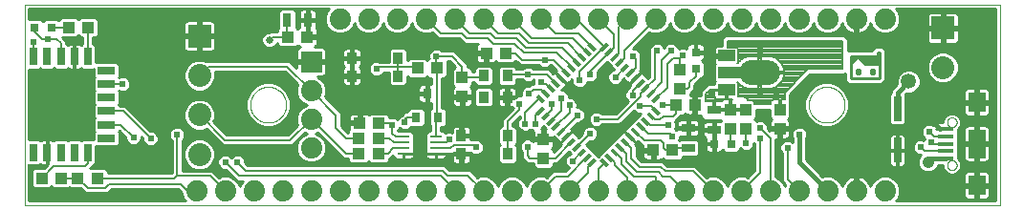
<source format=gtl>
G75*
%MOIN*%
%OFA0B0*%
%FSLAX25Y25*%
%IPPOS*%
%LPD*%
%AMOC8*
5,1,8,0,0,1.08239X$1,22.5*
%
%ADD10C,0.00000*%
%ADD11R,0.04331X0.03937*%
%ADD12R,0.03937X0.04331*%
%ADD13R,0.03150X0.03150*%
%ADD14R,0.04724X0.03150*%
%ADD15C,0.07400*%
%ADD16R,0.05906X0.03937*%
%ADD17R,0.07874X0.03937*%
%ADD18C,0.08661*%
%ADD19R,0.03150X0.01378*%
%ADD20R,0.08000X0.08000*%
%ADD21C,0.08000*%
%ADD22R,0.04200X0.01000*%
%ADD23R,0.07400X0.07400*%
%ADD24C,0.01000*%
%ADD25R,0.02559X0.08661*%
%ADD26R,0.02756X0.05906*%
%ADD27R,0.05906X0.02756*%
%ADD28R,0.05709X0.01575*%
%ADD29R,0.05906X0.07087*%
%ADD30R,0.05906X0.09843*%
%ADD31R,0.03150X0.03543*%
%ADD32R,0.03150X0.04724*%
%ADD33R,0.03543X0.03937*%
%ADD34C,0.00700*%
%ADD35C,0.01600*%
%ADD36C,0.02400*%
%ADD37C,0.00800*%
%ADD38C,0.02500*%
%ADD39C,0.05315*%
%ADD40C,0.04134*%
D10*
X0016926Y0012600D02*
X0016926Y0082600D01*
X0356926Y0082600D01*
X0356926Y0012600D01*
X0016926Y0012600D01*
X0095676Y0047600D02*
X0095678Y0047758D01*
X0095684Y0047915D01*
X0095694Y0048073D01*
X0095708Y0048230D01*
X0095726Y0048386D01*
X0095747Y0048543D01*
X0095773Y0048698D01*
X0095803Y0048853D01*
X0095836Y0049007D01*
X0095874Y0049160D01*
X0095915Y0049313D01*
X0095960Y0049464D01*
X0096009Y0049614D01*
X0096062Y0049762D01*
X0096118Y0049910D01*
X0096179Y0050055D01*
X0096242Y0050200D01*
X0096310Y0050342D01*
X0096381Y0050483D01*
X0096455Y0050622D01*
X0096533Y0050759D01*
X0096615Y0050894D01*
X0096699Y0051027D01*
X0096788Y0051158D01*
X0096879Y0051286D01*
X0096974Y0051413D01*
X0097071Y0051536D01*
X0097172Y0051658D01*
X0097276Y0051776D01*
X0097383Y0051892D01*
X0097493Y0052005D01*
X0097605Y0052116D01*
X0097721Y0052223D01*
X0097839Y0052328D01*
X0097959Y0052430D01*
X0098082Y0052528D01*
X0098208Y0052624D01*
X0098336Y0052716D01*
X0098466Y0052805D01*
X0098598Y0052891D01*
X0098733Y0052973D01*
X0098870Y0053052D01*
X0099008Y0053127D01*
X0099148Y0053199D01*
X0099291Y0053267D01*
X0099434Y0053332D01*
X0099580Y0053393D01*
X0099727Y0053450D01*
X0099875Y0053504D01*
X0100025Y0053554D01*
X0100175Y0053600D01*
X0100327Y0053642D01*
X0100480Y0053681D01*
X0100634Y0053715D01*
X0100789Y0053746D01*
X0100944Y0053772D01*
X0101100Y0053795D01*
X0101257Y0053814D01*
X0101414Y0053829D01*
X0101571Y0053840D01*
X0101729Y0053847D01*
X0101887Y0053850D01*
X0102044Y0053849D01*
X0102202Y0053844D01*
X0102359Y0053835D01*
X0102517Y0053822D01*
X0102673Y0053805D01*
X0102830Y0053784D01*
X0102985Y0053760D01*
X0103140Y0053731D01*
X0103295Y0053698D01*
X0103448Y0053662D01*
X0103601Y0053621D01*
X0103752Y0053577D01*
X0103902Y0053529D01*
X0104051Y0053478D01*
X0104199Y0053422D01*
X0104345Y0053363D01*
X0104490Y0053300D01*
X0104633Y0053233D01*
X0104774Y0053163D01*
X0104913Y0053090D01*
X0105051Y0053013D01*
X0105187Y0052932D01*
X0105320Y0052848D01*
X0105451Y0052761D01*
X0105580Y0052670D01*
X0105707Y0052576D01*
X0105832Y0052479D01*
X0105953Y0052379D01*
X0106073Y0052276D01*
X0106189Y0052170D01*
X0106303Y0052061D01*
X0106415Y0051949D01*
X0106523Y0051835D01*
X0106628Y0051717D01*
X0106731Y0051597D01*
X0106830Y0051475D01*
X0106926Y0051350D01*
X0107019Y0051222D01*
X0107109Y0051093D01*
X0107195Y0050961D01*
X0107279Y0050827D01*
X0107358Y0050691D01*
X0107435Y0050553D01*
X0107507Y0050413D01*
X0107576Y0050271D01*
X0107642Y0050128D01*
X0107704Y0049983D01*
X0107762Y0049836D01*
X0107817Y0049688D01*
X0107868Y0049539D01*
X0107915Y0049388D01*
X0107958Y0049237D01*
X0107997Y0049084D01*
X0108033Y0048930D01*
X0108064Y0048776D01*
X0108092Y0048621D01*
X0108116Y0048465D01*
X0108136Y0048308D01*
X0108152Y0048151D01*
X0108164Y0047994D01*
X0108172Y0047837D01*
X0108176Y0047679D01*
X0108176Y0047521D01*
X0108172Y0047363D01*
X0108164Y0047206D01*
X0108152Y0047049D01*
X0108136Y0046892D01*
X0108116Y0046735D01*
X0108092Y0046579D01*
X0108064Y0046424D01*
X0108033Y0046270D01*
X0107997Y0046116D01*
X0107958Y0045963D01*
X0107915Y0045812D01*
X0107868Y0045661D01*
X0107817Y0045512D01*
X0107762Y0045364D01*
X0107704Y0045217D01*
X0107642Y0045072D01*
X0107576Y0044929D01*
X0107507Y0044787D01*
X0107435Y0044647D01*
X0107358Y0044509D01*
X0107279Y0044373D01*
X0107195Y0044239D01*
X0107109Y0044107D01*
X0107019Y0043978D01*
X0106926Y0043850D01*
X0106830Y0043725D01*
X0106731Y0043603D01*
X0106628Y0043483D01*
X0106523Y0043365D01*
X0106415Y0043251D01*
X0106303Y0043139D01*
X0106189Y0043030D01*
X0106073Y0042924D01*
X0105953Y0042821D01*
X0105832Y0042721D01*
X0105707Y0042624D01*
X0105580Y0042530D01*
X0105451Y0042439D01*
X0105320Y0042352D01*
X0105187Y0042268D01*
X0105051Y0042187D01*
X0104913Y0042110D01*
X0104774Y0042037D01*
X0104633Y0041967D01*
X0104490Y0041900D01*
X0104345Y0041837D01*
X0104199Y0041778D01*
X0104051Y0041722D01*
X0103902Y0041671D01*
X0103752Y0041623D01*
X0103601Y0041579D01*
X0103448Y0041538D01*
X0103295Y0041502D01*
X0103140Y0041469D01*
X0102985Y0041440D01*
X0102830Y0041416D01*
X0102673Y0041395D01*
X0102517Y0041378D01*
X0102359Y0041365D01*
X0102202Y0041356D01*
X0102044Y0041351D01*
X0101887Y0041350D01*
X0101729Y0041353D01*
X0101571Y0041360D01*
X0101414Y0041371D01*
X0101257Y0041386D01*
X0101100Y0041405D01*
X0100944Y0041428D01*
X0100789Y0041454D01*
X0100634Y0041485D01*
X0100480Y0041519D01*
X0100327Y0041558D01*
X0100175Y0041600D01*
X0100025Y0041646D01*
X0099875Y0041696D01*
X0099727Y0041750D01*
X0099580Y0041807D01*
X0099434Y0041868D01*
X0099291Y0041933D01*
X0099148Y0042001D01*
X0099008Y0042073D01*
X0098870Y0042148D01*
X0098733Y0042227D01*
X0098598Y0042309D01*
X0098466Y0042395D01*
X0098336Y0042484D01*
X0098208Y0042576D01*
X0098082Y0042672D01*
X0097959Y0042770D01*
X0097839Y0042872D01*
X0097721Y0042977D01*
X0097605Y0043084D01*
X0097493Y0043195D01*
X0097383Y0043308D01*
X0097276Y0043424D01*
X0097172Y0043542D01*
X0097071Y0043664D01*
X0096974Y0043787D01*
X0096879Y0043914D01*
X0096788Y0044042D01*
X0096699Y0044173D01*
X0096615Y0044306D01*
X0096533Y0044441D01*
X0096455Y0044578D01*
X0096381Y0044717D01*
X0096310Y0044858D01*
X0096242Y0045000D01*
X0096179Y0045145D01*
X0096118Y0045290D01*
X0096062Y0045438D01*
X0096009Y0045586D01*
X0095960Y0045736D01*
X0095915Y0045887D01*
X0095874Y0046040D01*
X0095836Y0046193D01*
X0095803Y0046347D01*
X0095773Y0046502D01*
X0095747Y0046657D01*
X0095726Y0046814D01*
X0095708Y0046970D01*
X0095694Y0047127D01*
X0095684Y0047285D01*
X0095678Y0047442D01*
X0095676Y0047600D01*
X0290376Y0047600D02*
X0290378Y0047758D01*
X0290384Y0047915D01*
X0290394Y0048073D01*
X0290408Y0048230D01*
X0290426Y0048386D01*
X0290447Y0048543D01*
X0290473Y0048698D01*
X0290503Y0048853D01*
X0290536Y0049007D01*
X0290574Y0049160D01*
X0290615Y0049313D01*
X0290660Y0049464D01*
X0290709Y0049614D01*
X0290762Y0049762D01*
X0290818Y0049910D01*
X0290879Y0050055D01*
X0290942Y0050200D01*
X0291010Y0050342D01*
X0291081Y0050483D01*
X0291155Y0050622D01*
X0291233Y0050759D01*
X0291315Y0050894D01*
X0291399Y0051027D01*
X0291488Y0051158D01*
X0291579Y0051286D01*
X0291674Y0051413D01*
X0291771Y0051536D01*
X0291872Y0051658D01*
X0291976Y0051776D01*
X0292083Y0051892D01*
X0292193Y0052005D01*
X0292305Y0052116D01*
X0292421Y0052223D01*
X0292539Y0052328D01*
X0292659Y0052430D01*
X0292782Y0052528D01*
X0292908Y0052624D01*
X0293036Y0052716D01*
X0293166Y0052805D01*
X0293298Y0052891D01*
X0293433Y0052973D01*
X0293570Y0053052D01*
X0293708Y0053127D01*
X0293848Y0053199D01*
X0293991Y0053267D01*
X0294134Y0053332D01*
X0294280Y0053393D01*
X0294427Y0053450D01*
X0294575Y0053504D01*
X0294725Y0053554D01*
X0294875Y0053600D01*
X0295027Y0053642D01*
X0295180Y0053681D01*
X0295334Y0053715D01*
X0295489Y0053746D01*
X0295644Y0053772D01*
X0295800Y0053795D01*
X0295957Y0053814D01*
X0296114Y0053829D01*
X0296271Y0053840D01*
X0296429Y0053847D01*
X0296587Y0053850D01*
X0296744Y0053849D01*
X0296902Y0053844D01*
X0297059Y0053835D01*
X0297217Y0053822D01*
X0297373Y0053805D01*
X0297530Y0053784D01*
X0297685Y0053760D01*
X0297840Y0053731D01*
X0297995Y0053698D01*
X0298148Y0053662D01*
X0298301Y0053621D01*
X0298452Y0053577D01*
X0298602Y0053529D01*
X0298751Y0053478D01*
X0298899Y0053422D01*
X0299045Y0053363D01*
X0299190Y0053300D01*
X0299333Y0053233D01*
X0299474Y0053163D01*
X0299613Y0053090D01*
X0299751Y0053013D01*
X0299887Y0052932D01*
X0300020Y0052848D01*
X0300151Y0052761D01*
X0300280Y0052670D01*
X0300407Y0052576D01*
X0300532Y0052479D01*
X0300653Y0052379D01*
X0300773Y0052276D01*
X0300889Y0052170D01*
X0301003Y0052061D01*
X0301115Y0051949D01*
X0301223Y0051835D01*
X0301328Y0051717D01*
X0301431Y0051597D01*
X0301530Y0051475D01*
X0301626Y0051350D01*
X0301719Y0051222D01*
X0301809Y0051093D01*
X0301895Y0050961D01*
X0301979Y0050827D01*
X0302058Y0050691D01*
X0302135Y0050553D01*
X0302207Y0050413D01*
X0302276Y0050271D01*
X0302342Y0050128D01*
X0302404Y0049983D01*
X0302462Y0049836D01*
X0302517Y0049688D01*
X0302568Y0049539D01*
X0302615Y0049388D01*
X0302658Y0049237D01*
X0302697Y0049084D01*
X0302733Y0048930D01*
X0302764Y0048776D01*
X0302792Y0048621D01*
X0302816Y0048465D01*
X0302836Y0048308D01*
X0302852Y0048151D01*
X0302864Y0047994D01*
X0302872Y0047837D01*
X0302876Y0047679D01*
X0302876Y0047521D01*
X0302872Y0047363D01*
X0302864Y0047206D01*
X0302852Y0047049D01*
X0302836Y0046892D01*
X0302816Y0046735D01*
X0302792Y0046579D01*
X0302764Y0046424D01*
X0302733Y0046270D01*
X0302697Y0046116D01*
X0302658Y0045963D01*
X0302615Y0045812D01*
X0302568Y0045661D01*
X0302517Y0045512D01*
X0302462Y0045364D01*
X0302404Y0045217D01*
X0302342Y0045072D01*
X0302276Y0044929D01*
X0302207Y0044787D01*
X0302135Y0044647D01*
X0302058Y0044509D01*
X0301979Y0044373D01*
X0301895Y0044239D01*
X0301809Y0044107D01*
X0301719Y0043978D01*
X0301626Y0043850D01*
X0301530Y0043725D01*
X0301431Y0043603D01*
X0301328Y0043483D01*
X0301223Y0043365D01*
X0301115Y0043251D01*
X0301003Y0043139D01*
X0300889Y0043030D01*
X0300773Y0042924D01*
X0300653Y0042821D01*
X0300532Y0042721D01*
X0300407Y0042624D01*
X0300280Y0042530D01*
X0300151Y0042439D01*
X0300020Y0042352D01*
X0299887Y0042268D01*
X0299751Y0042187D01*
X0299613Y0042110D01*
X0299474Y0042037D01*
X0299333Y0041967D01*
X0299190Y0041900D01*
X0299045Y0041837D01*
X0298899Y0041778D01*
X0298751Y0041722D01*
X0298602Y0041671D01*
X0298452Y0041623D01*
X0298301Y0041579D01*
X0298148Y0041538D01*
X0297995Y0041502D01*
X0297840Y0041469D01*
X0297685Y0041440D01*
X0297530Y0041416D01*
X0297373Y0041395D01*
X0297217Y0041378D01*
X0297059Y0041365D01*
X0296902Y0041356D01*
X0296744Y0041351D01*
X0296587Y0041350D01*
X0296429Y0041353D01*
X0296271Y0041360D01*
X0296114Y0041371D01*
X0295957Y0041386D01*
X0295800Y0041405D01*
X0295644Y0041428D01*
X0295489Y0041454D01*
X0295334Y0041485D01*
X0295180Y0041519D01*
X0295027Y0041558D01*
X0294875Y0041600D01*
X0294725Y0041646D01*
X0294575Y0041696D01*
X0294427Y0041750D01*
X0294280Y0041807D01*
X0294134Y0041868D01*
X0293991Y0041933D01*
X0293848Y0042001D01*
X0293708Y0042073D01*
X0293570Y0042148D01*
X0293433Y0042227D01*
X0293298Y0042309D01*
X0293166Y0042395D01*
X0293036Y0042484D01*
X0292908Y0042576D01*
X0292782Y0042672D01*
X0292659Y0042770D01*
X0292539Y0042872D01*
X0292421Y0042977D01*
X0292305Y0043084D01*
X0292193Y0043195D01*
X0292083Y0043308D01*
X0291976Y0043424D01*
X0291872Y0043542D01*
X0291771Y0043664D01*
X0291674Y0043787D01*
X0291579Y0043914D01*
X0291488Y0044042D01*
X0291399Y0044173D01*
X0291315Y0044306D01*
X0291233Y0044441D01*
X0291155Y0044578D01*
X0291081Y0044717D01*
X0291010Y0044858D01*
X0290942Y0045000D01*
X0290879Y0045145D01*
X0290818Y0045290D01*
X0290762Y0045438D01*
X0290709Y0045586D01*
X0290660Y0045736D01*
X0290615Y0045887D01*
X0290574Y0046040D01*
X0290536Y0046193D01*
X0290503Y0046347D01*
X0290473Y0046502D01*
X0290447Y0046657D01*
X0290426Y0046814D01*
X0290408Y0046970D01*
X0290394Y0047127D01*
X0290384Y0047285D01*
X0290378Y0047442D01*
X0290376Y0047600D01*
X0338591Y0041480D02*
X0338593Y0041561D01*
X0338599Y0041643D01*
X0338609Y0041724D01*
X0338623Y0041804D01*
X0338640Y0041883D01*
X0338662Y0041962D01*
X0338687Y0042039D01*
X0338716Y0042116D01*
X0338749Y0042190D01*
X0338786Y0042263D01*
X0338825Y0042334D01*
X0338869Y0042403D01*
X0338915Y0042470D01*
X0338965Y0042534D01*
X0339018Y0042596D01*
X0339074Y0042656D01*
X0339132Y0042712D01*
X0339194Y0042766D01*
X0339258Y0042817D01*
X0339324Y0042864D01*
X0339392Y0042908D01*
X0339463Y0042949D01*
X0339535Y0042986D01*
X0339610Y0043020D01*
X0339685Y0043050D01*
X0339763Y0043076D01*
X0339841Y0043099D01*
X0339920Y0043117D01*
X0340000Y0043132D01*
X0340081Y0043143D01*
X0340162Y0043150D01*
X0340244Y0043153D01*
X0340325Y0043152D01*
X0340406Y0043147D01*
X0340487Y0043138D01*
X0340568Y0043125D01*
X0340648Y0043108D01*
X0340726Y0043088D01*
X0340804Y0043063D01*
X0340881Y0043035D01*
X0340956Y0043003D01*
X0341029Y0042968D01*
X0341100Y0042929D01*
X0341170Y0042886D01*
X0341237Y0042841D01*
X0341303Y0042792D01*
X0341365Y0042740D01*
X0341425Y0042684D01*
X0341482Y0042626D01*
X0341537Y0042566D01*
X0341588Y0042502D01*
X0341636Y0042437D01*
X0341681Y0042369D01*
X0341723Y0042299D01*
X0341761Y0042227D01*
X0341796Y0042153D01*
X0341827Y0042078D01*
X0341854Y0042001D01*
X0341877Y0041923D01*
X0341897Y0041844D01*
X0341913Y0041764D01*
X0341925Y0041683D01*
X0341933Y0041602D01*
X0341937Y0041521D01*
X0341937Y0041439D01*
X0341933Y0041358D01*
X0341925Y0041277D01*
X0341913Y0041196D01*
X0341897Y0041116D01*
X0341877Y0041037D01*
X0341854Y0040959D01*
X0341827Y0040882D01*
X0341796Y0040807D01*
X0341761Y0040733D01*
X0341723Y0040661D01*
X0341681Y0040591D01*
X0341636Y0040523D01*
X0341588Y0040458D01*
X0341537Y0040394D01*
X0341482Y0040334D01*
X0341425Y0040276D01*
X0341365Y0040220D01*
X0341303Y0040168D01*
X0341237Y0040119D01*
X0341170Y0040074D01*
X0341101Y0040031D01*
X0341029Y0039992D01*
X0340956Y0039957D01*
X0340881Y0039925D01*
X0340804Y0039897D01*
X0340726Y0039872D01*
X0340648Y0039852D01*
X0340568Y0039835D01*
X0340487Y0039822D01*
X0340406Y0039813D01*
X0340325Y0039808D01*
X0340244Y0039807D01*
X0340162Y0039810D01*
X0340081Y0039817D01*
X0340000Y0039828D01*
X0339920Y0039843D01*
X0339841Y0039861D01*
X0339763Y0039884D01*
X0339685Y0039910D01*
X0339610Y0039940D01*
X0339535Y0039974D01*
X0339463Y0040011D01*
X0339392Y0040052D01*
X0339324Y0040096D01*
X0339258Y0040143D01*
X0339194Y0040194D01*
X0339132Y0040248D01*
X0339074Y0040304D01*
X0339018Y0040364D01*
X0338965Y0040426D01*
X0338915Y0040490D01*
X0338869Y0040557D01*
X0338825Y0040626D01*
X0338786Y0040697D01*
X0338749Y0040770D01*
X0338716Y0040844D01*
X0338687Y0040921D01*
X0338662Y0040998D01*
X0338640Y0041077D01*
X0338623Y0041156D01*
X0338609Y0041236D01*
X0338599Y0041317D01*
X0338593Y0041399D01*
X0338591Y0041480D01*
X0338591Y0026520D02*
X0338593Y0026601D01*
X0338599Y0026683D01*
X0338609Y0026764D01*
X0338623Y0026844D01*
X0338640Y0026923D01*
X0338662Y0027002D01*
X0338687Y0027079D01*
X0338716Y0027156D01*
X0338749Y0027230D01*
X0338786Y0027303D01*
X0338825Y0027374D01*
X0338869Y0027443D01*
X0338915Y0027510D01*
X0338965Y0027574D01*
X0339018Y0027636D01*
X0339074Y0027696D01*
X0339132Y0027752D01*
X0339194Y0027806D01*
X0339258Y0027857D01*
X0339324Y0027904D01*
X0339392Y0027948D01*
X0339463Y0027989D01*
X0339535Y0028026D01*
X0339610Y0028060D01*
X0339685Y0028090D01*
X0339763Y0028116D01*
X0339841Y0028139D01*
X0339920Y0028157D01*
X0340000Y0028172D01*
X0340081Y0028183D01*
X0340162Y0028190D01*
X0340244Y0028193D01*
X0340325Y0028192D01*
X0340406Y0028187D01*
X0340487Y0028178D01*
X0340568Y0028165D01*
X0340648Y0028148D01*
X0340726Y0028128D01*
X0340804Y0028103D01*
X0340881Y0028075D01*
X0340956Y0028043D01*
X0341029Y0028008D01*
X0341100Y0027969D01*
X0341170Y0027926D01*
X0341237Y0027881D01*
X0341303Y0027832D01*
X0341365Y0027780D01*
X0341425Y0027724D01*
X0341482Y0027666D01*
X0341537Y0027606D01*
X0341588Y0027542D01*
X0341636Y0027477D01*
X0341681Y0027409D01*
X0341723Y0027339D01*
X0341761Y0027267D01*
X0341796Y0027193D01*
X0341827Y0027118D01*
X0341854Y0027041D01*
X0341877Y0026963D01*
X0341897Y0026884D01*
X0341913Y0026804D01*
X0341925Y0026723D01*
X0341933Y0026642D01*
X0341937Y0026561D01*
X0341937Y0026479D01*
X0341933Y0026398D01*
X0341925Y0026317D01*
X0341913Y0026236D01*
X0341897Y0026156D01*
X0341877Y0026077D01*
X0341854Y0025999D01*
X0341827Y0025922D01*
X0341796Y0025847D01*
X0341761Y0025773D01*
X0341723Y0025701D01*
X0341681Y0025631D01*
X0341636Y0025563D01*
X0341588Y0025498D01*
X0341537Y0025434D01*
X0341482Y0025374D01*
X0341425Y0025316D01*
X0341365Y0025260D01*
X0341303Y0025208D01*
X0341237Y0025159D01*
X0341170Y0025114D01*
X0341101Y0025071D01*
X0341029Y0025032D01*
X0340956Y0024997D01*
X0340881Y0024965D01*
X0340804Y0024937D01*
X0340726Y0024912D01*
X0340648Y0024892D01*
X0340568Y0024875D01*
X0340487Y0024862D01*
X0340406Y0024853D01*
X0340325Y0024848D01*
X0340244Y0024847D01*
X0340162Y0024850D01*
X0340081Y0024857D01*
X0340000Y0024868D01*
X0339920Y0024883D01*
X0339841Y0024901D01*
X0339763Y0024924D01*
X0339685Y0024950D01*
X0339610Y0024980D01*
X0339535Y0025014D01*
X0339463Y0025051D01*
X0339392Y0025092D01*
X0339324Y0025136D01*
X0339258Y0025183D01*
X0339194Y0025234D01*
X0339132Y0025288D01*
X0339074Y0025344D01*
X0339018Y0025404D01*
X0338965Y0025466D01*
X0338915Y0025530D01*
X0338869Y0025597D01*
X0338825Y0025666D01*
X0338786Y0025737D01*
X0338749Y0025810D01*
X0338716Y0025884D01*
X0338687Y0025961D01*
X0338662Y0026038D01*
X0338640Y0026117D01*
X0338623Y0026196D01*
X0338609Y0026276D01*
X0338599Y0026357D01*
X0338593Y0026439D01*
X0338591Y0026520D01*
D11*
X0250672Y0047400D03*
X0243979Y0047400D03*
X0242872Y0031800D03*
X0236179Y0031800D03*
X0160672Y0060400D03*
X0153979Y0060400D03*
X0177979Y0065600D03*
X0184672Y0065600D03*
X0115472Y0071200D03*
X0108779Y0071200D03*
X0039072Y0074600D03*
X0032379Y0074600D03*
X0133779Y0041200D03*
X0140472Y0041200D03*
X0140272Y0036000D03*
X0133579Y0036000D03*
X0133579Y0030600D03*
X0140272Y0030600D03*
X0042272Y0022000D03*
X0035579Y0022000D03*
X0029672Y0022000D03*
X0022979Y0022000D03*
D12*
X0169526Y0050454D03*
X0169526Y0057146D03*
X0197891Y0035630D03*
X0197891Y0028937D03*
X0263126Y0039254D03*
X0268526Y0039254D03*
X0280326Y0039254D03*
X0280326Y0045946D03*
X0268526Y0045946D03*
X0263126Y0045946D03*
X0245526Y0053054D03*
X0245526Y0059746D03*
D13*
X0250926Y0060047D03*
X0250926Y0065953D03*
X0257373Y0034000D03*
X0263278Y0034000D03*
X0026278Y0074600D03*
X0020373Y0074600D03*
D14*
X0248326Y0039543D03*
X0257326Y0038857D03*
X0248326Y0032457D03*
X0257326Y0045943D03*
D15*
X0256926Y0017600D03*
X0266926Y0017600D03*
X0276926Y0017600D03*
X0286926Y0017600D03*
X0296926Y0017600D03*
X0306926Y0017600D03*
X0316926Y0017600D03*
X0246926Y0017600D03*
X0236926Y0017600D03*
X0226926Y0017600D03*
X0216926Y0017600D03*
X0206926Y0017600D03*
X0196926Y0017600D03*
X0186926Y0017600D03*
X0176926Y0017600D03*
X0166926Y0017600D03*
X0156926Y0017600D03*
X0146926Y0017600D03*
X0136926Y0017600D03*
X0126926Y0017600D03*
X0116926Y0017600D03*
X0106926Y0017600D03*
X0096926Y0017600D03*
X0086926Y0017600D03*
X0076926Y0017600D03*
X0116926Y0032600D03*
X0116926Y0042600D03*
X0116926Y0052600D03*
X0126926Y0077600D03*
X0136926Y0077600D03*
X0146926Y0077600D03*
X0156926Y0077600D03*
X0166926Y0077600D03*
X0176926Y0077600D03*
X0186926Y0077600D03*
X0196926Y0077600D03*
X0206926Y0077600D03*
X0216926Y0077600D03*
X0226926Y0077600D03*
X0236926Y0077600D03*
X0246926Y0077600D03*
X0256926Y0077600D03*
X0266926Y0077600D03*
X0276926Y0077600D03*
X0286926Y0077600D03*
X0296926Y0077600D03*
X0306926Y0077600D03*
X0316926Y0077600D03*
D16*
X0261726Y0064702D03*
X0261726Y0052898D03*
D17*
X0262726Y0058800D03*
D18*
X0270273Y0058800D02*
X0270273Y0058800D01*
X0276179Y0058800D01*
X0276179Y0058800D01*
X0270273Y0058800D01*
D19*
G36*
X0238709Y0050314D02*
X0236483Y0048088D01*
X0235509Y0049062D01*
X0237735Y0051288D01*
X0238709Y0050314D01*
G37*
G36*
X0236899Y0052123D02*
X0234673Y0049897D01*
X0233699Y0050871D01*
X0235925Y0053097D01*
X0236899Y0052123D01*
G37*
G36*
X0235090Y0053933D02*
X0232864Y0051707D01*
X0231890Y0052681D01*
X0234116Y0054907D01*
X0235090Y0053933D01*
G37*
G36*
X0233280Y0055742D02*
X0231054Y0053516D01*
X0230080Y0054490D01*
X0232306Y0056716D01*
X0233280Y0055742D01*
G37*
G36*
X0231471Y0057552D02*
X0229245Y0055326D01*
X0228271Y0056300D01*
X0230497Y0058526D01*
X0231471Y0057552D01*
G37*
G36*
X0229661Y0059362D02*
X0227435Y0057136D01*
X0226461Y0058110D01*
X0228687Y0060336D01*
X0229661Y0059362D01*
G37*
G36*
X0224652Y0059919D02*
X0226878Y0062145D01*
X0227852Y0061171D01*
X0225626Y0058945D01*
X0224652Y0059919D01*
G37*
G36*
X0222842Y0061729D02*
X0225068Y0063955D01*
X0226042Y0062981D01*
X0223816Y0060755D01*
X0222842Y0061729D01*
G37*
G36*
X0221033Y0063538D02*
X0223259Y0065764D01*
X0224233Y0064790D01*
X0222007Y0062564D01*
X0221033Y0063538D01*
G37*
G36*
X0219223Y0065348D02*
X0221449Y0067574D01*
X0222423Y0066600D01*
X0220197Y0064374D01*
X0219223Y0065348D01*
G37*
G36*
X0212402Y0067574D02*
X0214628Y0065348D01*
X0213654Y0064374D01*
X0211428Y0066600D01*
X0212402Y0067574D01*
G37*
G36*
X0214212Y0069383D02*
X0216438Y0067157D01*
X0215464Y0066183D01*
X0213238Y0068409D01*
X0214212Y0069383D01*
G37*
G36*
X0217413Y0067157D02*
X0219639Y0069383D01*
X0220613Y0068409D01*
X0218387Y0066183D01*
X0217413Y0067157D01*
G37*
G36*
X0210593Y0065764D02*
X0212819Y0063538D01*
X0211845Y0062564D01*
X0209619Y0064790D01*
X0210593Y0065764D01*
G37*
G36*
X0208783Y0063955D02*
X0211009Y0061729D01*
X0210035Y0060755D01*
X0207809Y0062981D01*
X0208783Y0063955D01*
G37*
G36*
X0206974Y0062145D02*
X0209200Y0059919D01*
X0208226Y0058945D01*
X0206000Y0061171D01*
X0206974Y0062145D01*
G37*
G36*
X0205164Y0060336D02*
X0207390Y0058110D01*
X0206416Y0057136D01*
X0204190Y0059362D01*
X0205164Y0060336D01*
G37*
G36*
X0204607Y0055326D02*
X0202381Y0057552D01*
X0203355Y0058526D01*
X0205581Y0056300D01*
X0204607Y0055326D01*
G37*
G36*
X0202797Y0053516D02*
X0200571Y0055742D01*
X0201545Y0056716D01*
X0203771Y0054490D01*
X0202797Y0053516D01*
G37*
G36*
X0200987Y0051707D02*
X0198761Y0053933D01*
X0199735Y0054907D01*
X0201961Y0052681D01*
X0200987Y0051707D01*
G37*
G36*
X0199178Y0049897D02*
X0196952Y0052123D01*
X0197926Y0053097D01*
X0200152Y0050871D01*
X0199178Y0049897D01*
G37*
G36*
X0197368Y0048088D02*
X0195142Y0050314D01*
X0196116Y0051288D01*
X0198342Y0049062D01*
X0197368Y0048088D01*
G37*
G36*
X0195142Y0044886D02*
X0197368Y0047112D01*
X0198342Y0046138D01*
X0196116Y0043912D01*
X0195142Y0044886D01*
G37*
G36*
X0196952Y0043077D02*
X0199178Y0045303D01*
X0200152Y0044329D01*
X0197926Y0042103D01*
X0196952Y0043077D01*
G37*
G36*
X0198761Y0041267D02*
X0200987Y0043493D01*
X0201961Y0042519D01*
X0199735Y0040293D01*
X0198761Y0041267D01*
G37*
G36*
X0200571Y0039458D02*
X0202797Y0041684D01*
X0203771Y0040710D01*
X0201545Y0038484D01*
X0200571Y0039458D01*
G37*
G36*
X0202381Y0037648D02*
X0204607Y0039874D01*
X0205581Y0038900D01*
X0203355Y0036674D01*
X0202381Y0037648D01*
G37*
G36*
X0204190Y0035838D02*
X0206416Y0038064D01*
X0207390Y0037090D01*
X0205164Y0034864D01*
X0204190Y0035838D01*
G37*
G36*
X0209200Y0035281D02*
X0206974Y0033055D01*
X0206000Y0034029D01*
X0208226Y0036255D01*
X0209200Y0035281D01*
G37*
G36*
X0211009Y0033471D02*
X0208783Y0031245D01*
X0207809Y0032219D01*
X0210035Y0034445D01*
X0211009Y0033471D01*
G37*
G36*
X0212819Y0031662D02*
X0210593Y0029436D01*
X0209619Y0030410D01*
X0211845Y0032636D01*
X0212819Y0031662D01*
G37*
G36*
X0214628Y0029852D02*
X0212402Y0027626D01*
X0211428Y0028600D01*
X0213654Y0030826D01*
X0214628Y0029852D01*
G37*
G36*
X0216438Y0028043D02*
X0214212Y0025817D01*
X0213238Y0026791D01*
X0215464Y0029017D01*
X0216438Y0028043D01*
G37*
G36*
X0219639Y0025817D02*
X0217413Y0028043D01*
X0218387Y0029017D01*
X0220613Y0026791D01*
X0219639Y0025817D01*
G37*
G36*
X0221449Y0027626D02*
X0219223Y0029852D01*
X0220197Y0030826D01*
X0222423Y0028600D01*
X0221449Y0027626D01*
G37*
G36*
X0223259Y0029436D02*
X0221033Y0031662D01*
X0222007Y0032636D01*
X0224233Y0030410D01*
X0223259Y0029436D01*
G37*
G36*
X0225068Y0031245D02*
X0222842Y0033471D01*
X0223816Y0034445D01*
X0226042Y0032219D01*
X0225068Y0031245D01*
G37*
G36*
X0226878Y0033055D02*
X0224652Y0035281D01*
X0225626Y0036255D01*
X0227852Y0034029D01*
X0226878Y0033055D01*
G37*
G36*
X0228687Y0034864D02*
X0226461Y0037090D01*
X0227435Y0038064D01*
X0229661Y0035838D01*
X0228687Y0034864D01*
G37*
G36*
X0229245Y0039874D02*
X0231471Y0037648D01*
X0230497Y0036674D01*
X0228271Y0038900D01*
X0229245Y0039874D01*
G37*
G36*
X0231054Y0041684D02*
X0233280Y0039458D01*
X0232306Y0038484D01*
X0230080Y0040710D01*
X0231054Y0041684D01*
G37*
G36*
X0232864Y0043493D02*
X0235090Y0041267D01*
X0234116Y0040293D01*
X0231890Y0042519D01*
X0232864Y0043493D01*
G37*
G36*
X0234673Y0045303D02*
X0236899Y0043077D01*
X0235925Y0042103D01*
X0233699Y0044329D01*
X0234673Y0045303D01*
G37*
G36*
X0236483Y0047112D02*
X0238709Y0044886D01*
X0237735Y0043912D01*
X0235509Y0046138D01*
X0236483Y0047112D01*
G37*
D20*
X0337126Y0074400D03*
X0077926Y0071600D03*
D21*
X0077926Y0057820D03*
X0077926Y0044041D03*
X0077926Y0030261D03*
X0337126Y0060620D03*
D22*
X0160326Y0036400D03*
X0160326Y0034400D03*
X0160326Y0032400D03*
X0160326Y0030400D03*
X0149126Y0030400D03*
X0149126Y0032400D03*
X0149126Y0034400D03*
X0149126Y0036400D03*
D23*
X0116926Y0062600D03*
D24*
X0117426Y0062526D02*
X0127783Y0062526D01*
X0127783Y0061784D02*
X0127885Y0061402D01*
X0128083Y0061060D01*
X0128343Y0060800D01*
X0128083Y0060540D01*
X0127885Y0060198D01*
X0127783Y0059816D01*
X0127783Y0058036D01*
X0130669Y0058036D01*
X0130669Y0057265D01*
X0127783Y0057265D01*
X0127783Y0055484D01*
X0127885Y0055103D01*
X0128083Y0054761D01*
X0128362Y0054482D01*
X0128704Y0054284D01*
X0129086Y0054182D01*
X0130669Y0054182D01*
X0130669Y0057264D01*
X0131441Y0057264D01*
X0131441Y0057265D02*
X0131441Y0058036D01*
X0134326Y0058036D01*
X0134326Y0059816D01*
X0134224Y0060198D01*
X0134027Y0060540D01*
X0133767Y0060800D01*
X0134027Y0061060D01*
X0134224Y0061402D01*
X0134326Y0061784D01*
X0134326Y0063564D01*
X0131441Y0063564D01*
X0131441Y0064335D01*
X0134326Y0064335D01*
X0134326Y0066116D01*
X0134224Y0066497D01*
X0134027Y0066839D01*
X0133747Y0067118D01*
X0133405Y0067316D01*
X0133024Y0067418D01*
X0131441Y0067418D01*
X0131441Y0064336D01*
X0130669Y0064336D01*
X0130669Y0067418D01*
X0129086Y0067418D01*
X0128704Y0067316D01*
X0128362Y0067118D01*
X0128083Y0066839D01*
X0127885Y0066497D01*
X0127783Y0066116D01*
X0127783Y0064335D01*
X0130669Y0064335D01*
X0130669Y0063564D01*
X0127783Y0063564D01*
X0127783Y0061784D01*
X0127852Y0061527D02*
X0122126Y0061527D01*
X0122126Y0062100D02*
X0117426Y0062100D01*
X0117426Y0063100D01*
X0122126Y0063100D01*
X0122126Y0066497D01*
X0122023Y0066879D01*
X0121826Y0067221D01*
X0121547Y0067500D01*
X0121205Y0067698D01*
X0120823Y0067800D01*
X0118090Y0067800D01*
X0118216Y0067834D01*
X0118558Y0068031D01*
X0118838Y0068310D01*
X0119035Y0068653D01*
X0119137Y0069034D01*
X0119137Y0070716D01*
X0115956Y0070716D01*
X0115956Y0071684D01*
X0114988Y0071684D01*
X0114988Y0073338D01*
X0115381Y0073338D01*
X0115381Y0076913D01*
X0112594Y0076913D01*
X0112594Y0074640D01*
X0112629Y0074509D01*
X0112386Y0074369D01*
X0112126Y0074109D01*
X0111657Y0074577D01*
X0111657Y0080184D01*
X0110778Y0081062D01*
X0106386Y0081062D01*
X0105507Y0080184D01*
X0105507Y0074216D01*
X0105524Y0074200D01*
X0105114Y0073790D01*
X0105114Y0073100D01*
X0102539Y0073100D01*
X0102389Y0072950D01*
X0101779Y0072950D01*
X0100768Y0072531D01*
X0099994Y0071758D01*
X0099576Y0070747D01*
X0099576Y0069653D01*
X0099994Y0068642D01*
X0100768Y0067869D01*
X0101779Y0067450D01*
X0102873Y0067450D01*
X0103883Y0067869D01*
X0104657Y0068642D01*
X0104929Y0069300D01*
X0105114Y0069300D01*
X0105114Y0068610D01*
X0105992Y0067731D01*
X0111566Y0067731D01*
X0112126Y0068291D01*
X0112386Y0068031D01*
X0112728Y0067834D01*
X0112941Y0067777D01*
X0112647Y0067698D01*
X0112305Y0067500D01*
X0112025Y0067221D01*
X0111828Y0066879D01*
X0111726Y0066497D01*
X0111726Y0063100D01*
X0116426Y0063100D01*
X0116426Y0062100D01*
X0111726Y0062100D01*
X0111726Y0060416D01*
X0110376Y0061766D01*
X0109292Y0062850D01*
X0080339Y0062850D01*
X0080285Y0062796D01*
X0079020Y0063320D01*
X0076832Y0063320D01*
X0074810Y0062483D01*
X0073263Y0060936D01*
X0072426Y0058914D01*
X0072426Y0056726D01*
X0073263Y0054705D01*
X0074810Y0053158D01*
X0076832Y0052320D01*
X0079020Y0052320D01*
X0081041Y0053158D01*
X0082588Y0054705D01*
X0083426Y0056726D01*
X0083426Y0058914D01*
X0083328Y0059150D01*
X0107759Y0059150D01*
X0112179Y0054730D01*
X0111726Y0053634D01*
X0111726Y0051566D01*
X0112517Y0049654D01*
X0113980Y0048192D01*
X0115408Y0047600D01*
X0113980Y0047008D01*
X0112517Y0045546D01*
X0111726Y0043634D01*
X0111726Y0041566D01*
X0112179Y0040470D01*
X0108759Y0037050D01*
X0087533Y0037050D01*
X0082901Y0041681D01*
X0083426Y0042947D01*
X0083426Y0045135D01*
X0082588Y0047156D01*
X0081041Y0048704D01*
X0079020Y0049541D01*
X0076832Y0049541D01*
X0074810Y0048704D01*
X0073263Y0047156D01*
X0072426Y0045135D01*
X0072426Y0042947D01*
X0073263Y0040925D01*
X0074810Y0039378D01*
X0076832Y0038541D01*
X0079020Y0038541D01*
X0080285Y0039065D01*
X0086000Y0033350D01*
X0110292Y0033350D01*
X0111376Y0034434D01*
X0114796Y0037854D01*
X0115408Y0037600D01*
X0113980Y0037008D01*
X0112517Y0035546D01*
X0111726Y0033634D01*
X0111726Y0031566D01*
X0112517Y0029654D01*
X0113980Y0028192D01*
X0115891Y0027400D01*
X0117960Y0027400D01*
X0119871Y0028192D01*
X0121334Y0029654D01*
X0122126Y0031566D01*
X0122126Y0033634D01*
X0121334Y0035546D01*
X0119871Y0037008D01*
X0118443Y0037600D01*
X0119055Y0037854D01*
X0128159Y0028750D01*
X0129914Y0028750D01*
X0129914Y0028010D01*
X0130792Y0027131D01*
X0136366Y0027131D01*
X0136926Y0027691D01*
X0137485Y0027131D01*
X0143059Y0027131D01*
X0143937Y0028010D01*
X0143937Y0028750D01*
X0144492Y0028750D01*
X0145526Y0029784D01*
X0145526Y0029703D01*
X0145628Y0029321D01*
X0145825Y0028979D01*
X0146105Y0028700D01*
X0146447Y0028502D01*
X0146828Y0028400D01*
X0149126Y0028400D01*
X0151423Y0028400D01*
X0151805Y0028502D01*
X0152147Y0028700D01*
X0152426Y0028979D01*
X0152623Y0029321D01*
X0152726Y0029703D01*
X0152726Y0030400D01*
X0152726Y0031097D01*
X0152687Y0031240D01*
X0152726Y0031279D01*
X0152726Y0037521D01*
X0151847Y0038400D01*
X0146976Y0038400D01*
X0146976Y0038632D01*
X0147415Y0039071D01*
X0147597Y0039510D01*
X0147996Y0039111D01*
X0148989Y0038700D01*
X0150063Y0038700D01*
X0151055Y0039111D01*
X0151815Y0039871D01*
X0151865Y0039991D01*
X0155782Y0039991D01*
X0156660Y0040870D01*
X0156660Y0045656D01*
X0155782Y0046535D01*
X0151389Y0046535D01*
X0150511Y0045656D01*
X0150511Y0045050D01*
X0149559Y0045050D01*
X0148759Y0044250D01*
X0148341Y0043832D01*
X0147996Y0043689D01*
X0147237Y0042929D01*
X0147054Y0042490D01*
X0146655Y0042889D01*
X0145663Y0043300D01*
X0144589Y0043300D01*
X0144137Y0043113D01*
X0144137Y0043790D01*
X0143259Y0044668D01*
X0137685Y0044668D01*
X0137126Y0044109D01*
X0136866Y0044369D01*
X0136523Y0044566D01*
X0136142Y0044668D01*
X0134263Y0044668D01*
X0134263Y0041684D01*
X0133295Y0041684D01*
X0133295Y0040716D01*
X0130114Y0040716D01*
X0130114Y0039034D01*
X0130165Y0038841D01*
X0129914Y0038590D01*
X0129914Y0037850D01*
X0129692Y0037850D01*
X0127376Y0040166D01*
X0127376Y0044766D01*
X0121672Y0050470D01*
X0122126Y0051566D01*
X0122126Y0053634D01*
X0121334Y0055546D01*
X0119871Y0057008D01*
X0118926Y0057400D01*
X0120823Y0057400D01*
X0121205Y0057502D01*
X0121547Y0057700D01*
X0121826Y0057979D01*
X0122023Y0058321D01*
X0122126Y0058703D01*
X0122126Y0062100D01*
X0122126Y0063524D02*
X0127783Y0063524D01*
X0127783Y0064523D02*
X0122126Y0064523D01*
X0122126Y0065521D02*
X0127783Y0065521D01*
X0127898Y0066520D02*
X0122120Y0066520D01*
X0121516Y0067518D02*
X0174314Y0067518D01*
X0174314Y0067766D02*
X0174314Y0066084D01*
X0177495Y0066084D01*
X0177495Y0065116D01*
X0174314Y0065116D01*
X0174314Y0063434D01*
X0174416Y0063053D01*
X0174613Y0062710D01*
X0174893Y0062431D01*
X0175235Y0062234D01*
X0175616Y0062131D01*
X0177495Y0062131D01*
X0177495Y0065116D01*
X0178463Y0065116D01*
X0178463Y0062131D01*
X0180342Y0062131D01*
X0180723Y0062234D01*
X0181066Y0062431D01*
X0181326Y0062691D01*
X0181885Y0062131D01*
X0187459Y0062131D01*
X0188218Y0062891D01*
X0188676Y0062434D01*
X0189759Y0061350D01*
X0196357Y0061350D01*
X0196796Y0060911D01*
X0197789Y0060500D01*
X0198863Y0060500D01*
X0199855Y0060911D01*
X0200294Y0061350D01*
X0200559Y0061350D01*
X0202308Y0059602D01*
X0201806Y0059100D01*
X0201224Y0058518D01*
X0199692Y0060050D01*
X0194494Y0060050D01*
X0194055Y0060489D01*
X0193063Y0060900D01*
X0191989Y0060900D01*
X0190996Y0060489D01*
X0190557Y0060050D01*
X0188531Y0060050D01*
X0188531Y0060330D01*
X0187652Y0061209D01*
X0182866Y0061209D01*
X0181988Y0060330D01*
X0181988Y0055150D01*
X0182866Y0054272D01*
X0187652Y0054272D01*
X0188531Y0055150D01*
X0188531Y0056350D01*
X0190557Y0056350D01*
X0190996Y0055911D01*
X0191989Y0055500D01*
X0193063Y0055500D01*
X0194055Y0055911D01*
X0194494Y0056350D01*
X0194514Y0056350D01*
X0194426Y0056137D01*
X0194426Y0055063D01*
X0194514Y0054850D01*
X0193559Y0054850D01*
X0192809Y0054100D01*
X0192189Y0054100D01*
X0191196Y0053689D01*
X0190437Y0052929D01*
X0190026Y0051937D01*
X0190026Y0050863D01*
X0190099Y0050685D01*
X0190063Y0050700D01*
X0188989Y0050700D01*
X0187996Y0050289D01*
X0187581Y0049874D01*
X0185645Y0049874D01*
X0185645Y0046791D01*
X0187104Y0046791D01*
X0187237Y0046471D01*
X0187308Y0046399D01*
X0183546Y0042637D01*
X0183546Y0040218D01*
X0183003Y0040218D01*
X0182125Y0039339D01*
X0182125Y0034160D01*
X0182685Y0033600D01*
X0182125Y0033040D01*
X0182125Y0027861D01*
X0183003Y0026982D01*
X0187789Y0026982D01*
X0188668Y0027861D01*
X0188668Y0033040D01*
X0188108Y0033600D01*
X0188668Y0034160D01*
X0188668Y0039339D01*
X0187789Y0040218D01*
X0187246Y0040218D01*
X0187246Y0041105D01*
X0189676Y0043534D01*
X0189676Y0042968D01*
X0189237Y0042529D01*
X0188826Y0041537D01*
X0188826Y0040463D01*
X0189237Y0039471D01*
X0189996Y0038711D01*
X0190989Y0038300D01*
X0192063Y0038300D01*
X0193055Y0038711D01*
X0193326Y0038982D01*
X0193596Y0038711D01*
X0194513Y0038331D01*
X0194423Y0037993D01*
X0194423Y0036114D01*
X0197407Y0036114D01*
X0197407Y0039295D01*
X0197239Y0039295D01*
X0197415Y0039471D01*
X0197714Y0040193D01*
X0198611Y0039295D01*
X0198375Y0039295D01*
X0198375Y0036114D01*
X0197407Y0036114D01*
X0197407Y0035146D01*
X0194423Y0035146D01*
X0194423Y0034721D01*
X0193855Y0035289D01*
X0192863Y0035700D01*
X0191789Y0035700D01*
X0190796Y0035289D01*
X0190037Y0034529D01*
X0189626Y0033537D01*
X0189626Y0032463D01*
X0190037Y0031471D01*
X0190476Y0031032D01*
X0190476Y0029034D01*
X0191559Y0027950D01*
X0192359Y0027150D01*
X0194423Y0027150D01*
X0194423Y0026150D01*
X0195301Y0025272D01*
X0200481Y0025272D01*
X0201360Y0026150D01*
X0201360Y0027150D01*
X0202692Y0027150D01*
X0203776Y0028234D01*
X0206724Y0031182D01*
X0207318Y0030588D01*
X0206596Y0030289D01*
X0205837Y0029529D01*
X0205426Y0028537D01*
X0205426Y0027463D01*
X0205837Y0026471D01*
X0206596Y0025711D01*
X0206755Y0025645D01*
X0205559Y0024450D01*
X0201159Y0024450D01*
X0199055Y0022346D01*
X0197960Y0022800D01*
X0195891Y0022800D01*
X0193980Y0022008D01*
X0192517Y0020546D01*
X0191926Y0019117D01*
X0191334Y0020546D01*
X0189871Y0022008D01*
X0187960Y0022800D01*
X0185891Y0022800D01*
X0183980Y0022008D01*
X0182517Y0020546D01*
X0181926Y0019117D01*
X0181334Y0020546D01*
X0179871Y0022008D01*
X0177960Y0022800D01*
X0175891Y0022800D01*
X0174796Y0022346D01*
X0173376Y0023766D01*
X0172292Y0024850D01*
X0165092Y0024850D01*
X0164576Y0025366D01*
X0163492Y0026450D01*
X0094892Y0026450D01*
X0093826Y0027516D01*
X0093826Y0028137D01*
X0093415Y0029129D01*
X0092655Y0029889D01*
X0091663Y0030300D01*
X0090589Y0030300D01*
X0089596Y0029889D01*
X0089026Y0029318D01*
X0088455Y0029889D01*
X0087463Y0030300D01*
X0086389Y0030300D01*
X0085396Y0029889D01*
X0084637Y0029129D01*
X0084226Y0028137D01*
X0084226Y0027063D01*
X0084637Y0026071D01*
X0085396Y0025311D01*
X0086389Y0024900D01*
X0087009Y0024900D01*
X0090959Y0020950D01*
X0092932Y0020950D01*
X0092478Y0020325D01*
X0092107Y0019596D01*
X0091940Y0019083D01*
X0091334Y0020546D01*
X0089871Y0022008D01*
X0087960Y0022800D01*
X0085891Y0022800D01*
X0084796Y0022346D01*
X0083576Y0023566D01*
X0082492Y0024650D01*
X0071976Y0024650D01*
X0071976Y0035232D01*
X0072415Y0035671D01*
X0072826Y0036663D01*
X0072826Y0037737D01*
X0072415Y0038729D01*
X0071655Y0039489D01*
X0070663Y0039900D01*
X0069589Y0039900D01*
X0068596Y0039489D01*
X0067837Y0038729D01*
X0067426Y0037737D01*
X0067426Y0036663D01*
X0067837Y0035671D01*
X0068276Y0035232D01*
X0068276Y0023900D01*
X0045937Y0023900D01*
X0045937Y0024590D01*
X0045059Y0025468D01*
X0039881Y0025468D01*
X0040944Y0026531D01*
X0041045Y0026531D01*
X0041923Y0027410D01*
X0041923Y0033072D01*
X0041967Y0033028D01*
X0049115Y0033028D01*
X0049994Y0033906D01*
X0049994Y0037905D01*
X0049631Y0038268D01*
X0049936Y0038573D01*
X0052226Y0036284D01*
X0052226Y0035663D01*
X0052637Y0034671D01*
X0053396Y0033911D01*
X0054389Y0033500D01*
X0055463Y0033500D01*
X0056455Y0033911D01*
X0057215Y0034671D01*
X0057626Y0035663D01*
X0057626Y0036484D01*
X0058226Y0035884D01*
X0058226Y0035263D01*
X0058637Y0034271D01*
X0059396Y0033511D01*
X0060389Y0033100D01*
X0061463Y0033100D01*
X0062455Y0033511D01*
X0063215Y0034271D01*
X0063626Y0035263D01*
X0063626Y0036337D01*
X0063215Y0037329D01*
X0062455Y0038089D01*
X0061463Y0038500D01*
X0060842Y0038500D01*
X0052138Y0047204D01*
X0049994Y0047204D01*
X0049994Y0047354D01*
X0049631Y0047717D01*
X0049994Y0048079D01*
X0049994Y0052078D01*
X0049631Y0052441D01*
X0049670Y0052480D01*
X0050589Y0052100D01*
X0051663Y0052100D01*
X0052655Y0052511D01*
X0053415Y0053271D01*
X0053826Y0054263D01*
X0053826Y0055337D01*
X0053415Y0056329D01*
X0052655Y0057089D01*
X0051663Y0057500D01*
X0050589Y0057500D01*
X0049675Y0057122D01*
X0049631Y0057165D01*
X0049994Y0057528D01*
X0049994Y0061527D01*
X0073854Y0061527D01*
X0073094Y0060529D02*
X0049994Y0060529D01*
X0049994Y0061527D02*
X0049115Y0062405D01*
X0041967Y0062405D01*
X0041923Y0062361D01*
X0041923Y0068023D01*
X0041045Y0068902D01*
X0040895Y0068902D01*
X0040895Y0071131D01*
X0041859Y0071131D01*
X0042737Y0072010D01*
X0042737Y0077190D01*
X0041859Y0078068D01*
X0036285Y0078068D01*
X0035726Y0077509D01*
X0035166Y0078068D01*
X0029592Y0078068D01*
X0028837Y0077313D01*
X0028474Y0077675D01*
X0024082Y0077675D01*
X0023326Y0076918D01*
X0022569Y0077675D01*
X0018426Y0077675D01*
X0018426Y0081100D01*
X0123072Y0081100D01*
X0122517Y0080546D01*
X0121726Y0078634D01*
X0121726Y0076566D01*
X0122517Y0074654D01*
X0123980Y0073192D01*
X0125891Y0072400D01*
X0127960Y0072400D01*
X0129871Y0073192D01*
X0131334Y0074654D01*
X0131926Y0076083D01*
X0132517Y0074654D01*
X0133980Y0073192D01*
X0135891Y0072400D01*
X0137960Y0072400D01*
X0139871Y0073192D01*
X0141334Y0074654D01*
X0141926Y0076083D01*
X0142517Y0074654D01*
X0143980Y0073192D01*
X0145891Y0072400D01*
X0147960Y0072400D01*
X0149871Y0073192D01*
X0151334Y0074654D01*
X0151926Y0076083D01*
X0152517Y0074654D01*
X0153980Y0073192D01*
X0155891Y0072400D01*
X0157960Y0072400D01*
X0159055Y0072854D01*
X0161159Y0070750D01*
X0168559Y0070750D01*
X0170359Y0068950D01*
X0175207Y0068950D01*
X0174893Y0068769D01*
X0174613Y0068490D01*
X0174416Y0068147D01*
X0174314Y0067766D01*
X0174641Y0068517D02*
X0118957Y0068517D01*
X0119137Y0069515D02*
X0169794Y0069515D01*
X0168796Y0070514D02*
X0119137Y0070514D01*
X0119137Y0071684D02*
X0115956Y0071684D01*
X0115956Y0073338D01*
X0115956Y0076913D01*
X0115956Y0077487D01*
X0118744Y0077487D01*
X0118744Y0079760D01*
X0118641Y0080141D01*
X0118444Y0080483D01*
X0118165Y0080762D01*
X0117823Y0080960D01*
X0117441Y0081062D01*
X0115956Y0081062D01*
X0115956Y0077487D01*
X0115381Y0077487D01*
X0115381Y0076913D01*
X0115956Y0076913D01*
X0118744Y0076913D01*
X0118744Y0074640D01*
X0118647Y0074280D01*
X0118838Y0074090D01*
X0119035Y0073747D01*
X0119137Y0073366D01*
X0119137Y0071684D01*
X0119137Y0072511D02*
X0125624Y0072511D01*
X0123662Y0073509D02*
X0119099Y0073509D01*
X0118708Y0074508D02*
X0122664Y0074508D01*
X0122164Y0075506D02*
X0118744Y0075506D01*
X0118744Y0076505D02*
X0121751Y0076505D01*
X0121726Y0077503D02*
X0118744Y0077503D01*
X0118744Y0078502D02*
X0121726Y0078502D01*
X0122084Y0079500D02*
X0118744Y0079500D01*
X0118428Y0080499D02*
X0122498Y0080499D01*
X0115956Y0080499D02*
X0115381Y0080499D01*
X0115381Y0081062D02*
X0113897Y0081062D01*
X0113515Y0080960D01*
X0113173Y0080762D01*
X0112894Y0080483D01*
X0112696Y0080141D01*
X0112594Y0079760D01*
X0112594Y0077487D01*
X0115381Y0077487D01*
X0115381Y0081062D01*
X0112909Y0080499D02*
X0111342Y0080499D01*
X0111657Y0079500D02*
X0112594Y0079500D01*
X0112594Y0078502D02*
X0111657Y0078502D01*
X0111657Y0077503D02*
X0112594Y0077503D01*
X0112594Y0076505D02*
X0111657Y0076505D01*
X0111657Y0075506D02*
X0112594Y0075506D01*
X0112626Y0074508D02*
X0111727Y0074508D01*
X0115381Y0074508D02*
X0115956Y0074508D01*
X0115956Y0075506D02*
X0115381Y0075506D01*
X0115381Y0076505D02*
X0115956Y0076505D01*
X0115956Y0077503D02*
X0115381Y0077503D01*
X0115381Y0078502D02*
X0115956Y0078502D01*
X0115956Y0079500D02*
X0115381Y0079500D01*
X0105823Y0080499D02*
X0018426Y0080499D01*
X0018426Y0079500D02*
X0105507Y0079500D01*
X0105507Y0078502D02*
X0018426Y0078502D01*
X0022741Y0077503D02*
X0023911Y0077503D01*
X0028646Y0077503D02*
X0029027Y0077503D01*
X0042424Y0077503D02*
X0105507Y0077503D01*
X0105507Y0076505D02*
X0083135Y0076505D01*
X0083126Y0076521D02*
X0082847Y0076800D01*
X0082505Y0076998D01*
X0082123Y0077100D01*
X0078426Y0077100D01*
X0078426Y0072100D01*
X0083426Y0072100D01*
X0083426Y0075797D01*
X0083323Y0076179D01*
X0083126Y0076521D01*
X0083426Y0075506D02*
X0105507Y0075506D01*
X0105507Y0074508D02*
X0083426Y0074508D01*
X0083426Y0073509D02*
X0105114Y0073509D01*
X0100747Y0072511D02*
X0083426Y0072511D01*
X0083426Y0071100D02*
X0078426Y0071100D01*
X0078426Y0072100D01*
X0077426Y0072100D01*
X0077426Y0077100D01*
X0073728Y0077100D01*
X0073347Y0076998D01*
X0073005Y0076800D01*
X0072725Y0076521D01*
X0072528Y0076179D01*
X0072426Y0075797D01*
X0072426Y0072100D01*
X0077426Y0072100D01*
X0077426Y0071100D01*
X0078426Y0071100D01*
X0078426Y0066100D01*
X0082123Y0066100D01*
X0082505Y0066202D01*
X0082847Y0066400D01*
X0083126Y0066679D01*
X0083323Y0067021D01*
X0083426Y0067403D01*
X0083426Y0071100D01*
X0083426Y0070514D02*
X0099576Y0070514D01*
X0099633Y0069515D02*
X0083426Y0069515D01*
X0083426Y0068517D02*
X0100120Y0068517D01*
X0101614Y0067518D02*
X0083426Y0067518D01*
X0082967Y0066520D02*
X0111732Y0066520D01*
X0111726Y0065521D02*
X0041923Y0065521D01*
X0041923Y0064523D02*
X0111726Y0064523D01*
X0111726Y0063524D02*
X0041923Y0063524D01*
X0041923Y0062526D02*
X0074913Y0062526D01*
X0072681Y0059530D02*
X0049994Y0059530D01*
X0049994Y0058532D02*
X0072426Y0058532D01*
X0072426Y0057533D02*
X0049994Y0057533D01*
X0053209Y0056534D02*
X0072505Y0056534D01*
X0072919Y0055536D02*
X0053743Y0055536D01*
X0053826Y0054537D02*
X0073430Y0054537D01*
X0074429Y0053539D02*
X0053526Y0053539D01*
X0052684Y0052540D02*
X0076300Y0052540D01*
X0079551Y0052540D02*
X0095906Y0052540D01*
X0095355Y0051990D02*
X0094176Y0049142D01*
X0094176Y0046058D01*
X0095355Y0043210D01*
X0097536Y0041030D01*
X0100384Y0039850D01*
X0103467Y0039850D01*
X0106316Y0041030D01*
X0108496Y0043210D01*
X0109676Y0046058D01*
X0109676Y0049142D01*
X0108496Y0051990D01*
X0106316Y0054170D01*
X0103467Y0055350D01*
X0100384Y0055350D01*
X0097536Y0054170D01*
X0095355Y0051990D01*
X0095170Y0051542D02*
X0049994Y0051542D01*
X0049994Y0050543D02*
X0094756Y0050543D01*
X0094343Y0049545D02*
X0049994Y0049545D01*
X0049994Y0048546D02*
X0074653Y0048546D01*
X0073654Y0047548D02*
X0049800Y0047548D01*
X0052792Y0046549D02*
X0073011Y0046549D01*
X0072598Y0045551D02*
X0053791Y0045551D01*
X0054790Y0044552D02*
X0072426Y0044552D01*
X0072426Y0043554D02*
X0055788Y0043554D01*
X0056787Y0042555D02*
X0072588Y0042555D01*
X0073001Y0041557D02*
X0057785Y0041557D01*
X0058784Y0040558D02*
X0073630Y0040558D01*
X0074629Y0039560D02*
X0071484Y0039560D01*
X0072484Y0038561D02*
X0076782Y0038561D01*
X0079069Y0038561D02*
X0080789Y0038561D01*
X0081787Y0037563D02*
X0072826Y0037563D01*
X0072785Y0036564D02*
X0082786Y0036564D01*
X0083784Y0035566D02*
X0079492Y0035566D01*
X0079020Y0035761D02*
X0081041Y0034924D01*
X0082588Y0033377D01*
X0083426Y0031355D01*
X0083426Y0029167D01*
X0082588Y0027146D01*
X0081041Y0025599D01*
X0079020Y0024761D01*
X0076832Y0024761D01*
X0074810Y0025599D01*
X0073263Y0027146D01*
X0072426Y0029167D01*
X0072426Y0031355D01*
X0073263Y0033377D01*
X0074810Y0034924D01*
X0076832Y0035761D01*
X0079020Y0035761D01*
X0081398Y0034567D02*
X0084783Y0034567D01*
X0085781Y0033569D02*
X0082396Y0033569D01*
X0082922Y0032570D02*
X0111726Y0032570D01*
X0111726Y0031572D02*
X0083336Y0031572D01*
X0083426Y0030573D02*
X0112137Y0030573D01*
X0112597Y0029575D02*
X0092969Y0029575D01*
X0093644Y0028576D02*
X0113595Y0028576D01*
X0115462Y0027578D02*
X0093826Y0027578D01*
X0094763Y0026579D02*
X0194423Y0026579D01*
X0194992Y0025581D02*
X0164361Y0025581D01*
X0166283Y0027561D02*
X0166562Y0027282D01*
X0166904Y0027084D01*
X0167286Y0026982D01*
X0168869Y0026982D01*
X0168869Y0030064D01*
X0169641Y0030064D01*
X0169641Y0030065D02*
X0169641Y0030836D01*
X0172471Y0030836D01*
X0172796Y0030511D01*
X0173789Y0030100D01*
X0174863Y0030100D01*
X0175855Y0030511D01*
X0176615Y0031271D01*
X0177026Y0032263D01*
X0177026Y0033337D01*
X0176615Y0034329D01*
X0175855Y0035089D01*
X0174863Y0035500D01*
X0173789Y0035500D01*
X0173668Y0035450D01*
X0172526Y0035450D01*
X0172526Y0036364D01*
X0169641Y0036364D01*
X0169641Y0037135D01*
X0172526Y0037135D01*
X0172526Y0038916D01*
X0172424Y0039297D01*
X0172227Y0039639D01*
X0171947Y0039918D01*
X0171605Y0040116D01*
X0171224Y0040218D01*
X0169641Y0040218D01*
X0169641Y0037136D01*
X0168869Y0037136D01*
X0168869Y0040218D01*
X0167286Y0040218D01*
X0166904Y0040116D01*
X0166562Y0039918D01*
X0166283Y0039639D01*
X0166085Y0039297D01*
X0165983Y0038916D01*
X0165983Y0037967D01*
X0165663Y0038100D01*
X0164589Y0038100D01*
X0163711Y0037736D01*
X0163047Y0038400D01*
X0162176Y0038400D01*
X0162176Y0039991D01*
X0163262Y0039991D01*
X0164141Y0040870D01*
X0164141Y0045656D01*
X0163262Y0046535D01*
X0162576Y0046535D01*
X0162576Y0056931D01*
X0163459Y0056931D01*
X0164337Y0057810D01*
X0164337Y0062750D01*
X0165159Y0062750D01*
X0167098Y0060812D01*
X0166936Y0060812D01*
X0166057Y0059933D01*
X0166057Y0054360D01*
X0166617Y0053800D01*
X0166357Y0053540D01*
X0166159Y0053198D01*
X0166057Y0052816D01*
X0166057Y0050938D01*
X0169041Y0050938D01*
X0169041Y0049969D01*
X0166057Y0049969D01*
X0166057Y0048091D01*
X0166159Y0047709D01*
X0166357Y0047367D01*
X0166636Y0047088D01*
X0166978Y0046890D01*
X0167360Y0046788D01*
X0169041Y0046788D01*
X0169041Y0049969D01*
X0170010Y0049969D01*
X0170010Y0046788D01*
X0171692Y0046788D01*
X0172073Y0046890D01*
X0172415Y0047088D01*
X0172694Y0047367D01*
X0172892Y0047709D01*
X0172994Y0048091D01*
X0172994Y0049969D01*
X0170010Y0049969D01*
X0170010Y0050938D01*
X0172994Y0050938D01*
X0172994Y0052816D01*
X0172892Y0053198D01*
X0172694Y0053540D01*
X0172434Y0053800D01*
X0172994Y0054360D01*
X0172994Y0055350D01*
X0173720Y0055350D01*
X0173720Y0055150D01*
X0174599Y0054272D01*
X0179385Y0054272D01*
X0180263Y0055150D01*
X0180263Y0060330D01*
X0179385Y0061209D01*
X0174599Y0061209D01*
X0173720Y0060330D01*
X0173720Y0059050D01*
X0172994Y0059050D01*
X0172994Y0059933D01*
X0172115Y0060812D01*
X0171376Y0060812D01*
X0171376Y0061766D01*
X0170292Y0062850D01*
X0166692Y0066450D01*
X0162528Y0066450D01*
X0162089Y0066889D01*
X0161097Y0067300D01*
X0160023Y0067300D01*
X0159030Y0066889D01*
X0158271Y0066129D01*
X0157860Y0065137D01*
X0157860Y0064063D01*
X0157940Y0063868D01*
X0157885Y0063868D01*
X0157326Y0063309D01*
X0156766Y0063868D01*
X0151192Y0063868D01*
X0150468Y0063144D01*
X0150468Y0066539D01*
X0149589Y0067418D01*
X0144803Y0067418D01*
X0143925Y0066539D01*
X0143925Y0062650D01*
X0140866Y0062650D01*
X0140263Y0062900D01*
X0139189Y0062900D01*
X0138196Y0062489D01*
X0137437Y0061729D01*
X0137026Y0060737D01*
X0137026Y0059663D01*
X0137437Y0058671D01*
X0138196Y0057911D01*
X0139189Y0057500D01*
X0140263Y0057500D01*
X0141255Y0057911D01*
X0142015Y0058671D01*
X0142130Y0058950D01*
X0143925Y0058950D01*
X0143925Y0055061D01*
X0144803Y0054182D01*
X0149589Y0054182D01*
X0150468Y0055061D01*
X0150468Y0057656D01*
X0151192Y0056931D01*
X0156766Y0056931D01*
X0157326Y0057491D01*
X0157885Y0056931D01*
X0158876Y0056931D01*
X0158876Y0054802D01*
X0157613Y0054802D01*
X0157613Y0051818D01*
X0157038Y0051818D01*
X0157038Y0051243D01*
X0157613Y0051243D01*
X0157613Y0048259D01*
X0158876Y0048259D01*
X0158876Y0046535D01*
X0158870Y0046535D01*
X0157991Y0045656D01*
X0157991Y0040870D01*
X0158476Y0040385D01*
X0158476Y0038400D01*
X0157604Y0038400D01*
X0156726Y0037521D01*
X0156726Y0031279D01*
X0156764Y0031240D01*
X0156726Y0031097D01*
X0156726Y0030400D01*
X0156726Y0029703D01*
X0156828Y0029321D01*
X0157025Y0028979D01*
X0157305Y0028700D01*
X0157647Y0028502D01*
X0158028Y0028400D01*
X0160326Y0028400D01*
X0162623Y0028400D01*
X0163005Y0028502D01*
X0163347Y0028700D01*
X0163626Y0028979D01*
X0163823Y0029321D01*
X0163926Y0029703D01*
X0163926Y0030400D01*
X0163926Y0030550D01*
X0166292Y0030550D01*
X0166578Y0030836D01*
X0168869Y0030836D01*
X0168869Y0030065D01*
X0165983Y0030065D01*
X0165983Y0028284D01*
X0166085Y0027903D01*
X0166283Y0027561D01*
X0166273Y0027578D02*
X0143505Y0027578D01*
X0143937Y0028576D02*
X0146319Y0028576D01*
X0145560Y0029575D02*
X0145317Y0029575D01*
X0149126Y0029575D02*
X0149126Y0029575D01*
X0149126Y0030400D02*
X0149126Y0028400D01*
X0149126Y0030400D01*
X0151847Y0030400D01*
X0152726Y0030400D01*
X0149126Y0030400D01*
X0149126Y0030400D01*
X0149126Y0030400D01*
X0149126Y0028576D02*
X0149126Y0028576D01*
X0151933Y0028576D02*
X0157519Y0028576D01*
X0156760Y0029575D02*
X0152691Y0029575D01*
X0152726Y0030573D02*
X0156726Y0030573D01*
X0156726Y0030400D02*
X0157604Y0030400D01*
X0157604Y0030400D01*
X0160325Y0030400D01*
X0156726Y0030400D01*
X0156726Y0031572D02*
X0152726Y0031572D01*
X0152726Y0032570D02*
X0156726Y0032570D01*
X0156726Y0033569D02*
X0152726Y0033569D01*
X0152726Y0034567D02*
X0156726Y0034567D01*
X0156726Y0035566D02*
X0152726Y0035566D01*
X0152726Y0036564D02*
X0156726Y0036564D01*
X0156767Y0037563D02*
X0152684Y0037563D01*
X0146976Y0038561D02*
X0158476Y0038561D01*
X0158476Y0039560D02*
X0151504Y0039560D01*
X0156349Y0040558D02*
X0158303Y0040558D01*
X0157991Y0041557D02*
X0156660Y0041557D01*
X0156660Y0042555D02*
X0157991Y0042555D01*
X0157991Y0043554D02*
X0156660Y0043554D01*
X0156660Y0044552D02*
X0157991Y0044552D01*
X0157991Y0045551D02*
X0156660Y0045551D01*
X0158876Y0046549D02*
X0125592Y0046549D01*
X0124594Y0047548D02*
X0158876Y0047548D01*
X0157613Y0048546D02*
X0157038Y0048546D01*
X0157038Y0048259D02*
X0157038Y0051243D01*
X0154251Y0051243D01*
X0154251Y0049562D01*
X0154353Y0049180D01*
X0154550Y0048838D01*
X0154830Y0048559D01*
X0155172Y0048361D01*
X0155553Y0048259D01*
X0157038Y0048259D01*
X0157038Y0049545D02*
X0157613Y0049545D01*
X0157613Y0050543D02*
X0157038Y0050543D01*
X0157038Y0051542D02*
X0122116Y0051542D01*
X0122126Y0052540D02*
X0154251Y0052540D01*
X0154251Y0051818D02*
X0154251Y0053500D01*
X0154353Y0053881D01*
X0154550Y0054223D01*
X0154830Y0054503D01*
X0155172Y0054700D01*
X0155553Y0054802D01*
X0157038Y0054802D01*
X0157038Y0051818D01*
X0154251Y0051818D01*
X0154251Y0050543D02*
X0121702Y0050543D01*
X0122597Y0049545D02*
X0154255Y0049545D01*
X0154851Y0048546D02*
X0123595Y0048546D01*
X0126591Y0045551D02*
X0150511Y0045551D01*
X0149062Y0044552D02*
X0143375Y0044552D01*
X0144137Y0043554D02*
X0147861Y0043554D01*
X0148759Y0044250D02*
X0148759Y0044250D01*
X0147082Y0042555D02*
X0146989Y0042555D01*
X0137569Y0044552D02*
X0136548Y0044552D01*
X0134263Y0044552D02*
X0133295Y0044552D01*
X0133295Y0044668D02*
X0131416Y0044668D01*
X0131035Y0044566D01*
X0130693Y0044369D01*
X0130413Y0044090D01*
X0130216Y0043747D01*
X0130114Y0043366D01*
X0130114Y0041684D01*
X0133295Y0041684D01*
X0133295Y0044668D01*
X0133295Y0043554D02*
X0134263Y0043554D01*
X0134263Y0042555D02*
X0133295Y0042555D01*
X0133295Y0041557D02*
X0127376Y0041557D01*
X0127376Y0042555D02*
X0130114Y0042555D01*
X0130164Y0043554D02*
X0127376Y0043554D01*
X0127376Y0044552D02*
X0131011Y0044552D01*
X0130114Y0040558D02*
X0127376Y0040558D01*
X0127982Y0039560D02*
X0130114Y0039560D01*
X0129914Y0038561D02*
X0128981Y0038561D01*
X0120345Y0036564D02*
X0120315Y0036564D01*
X0119347Y0037563D02*
X0118533Y0037563D01*
X0115319Y0037563D02*
X0114505Y0037563D01*
X0113536Y0036564D02*
X0113506Y0036564D01*
X0112537Y0035566D02*
X0112508Y0035566D01*
X0112112Y0034567D02*
X0111509Y0034567D01*
X0111726Y0033569D02*
X0110511Y0033569D01*
X0109272Y0037563D02*
X0087020Y0037563D01*
X0086022Y0038561D02*
X0110271Y0038561D01*
X0111269Y0039560D02*
X0085023Y0039560D01*
X0084024Y0040558D02*
X0098674Y0040558D01*
X0097009Y0041557D02*
X0083026Y0041557D01*
X0083263Y0042555D02*
X0096010Y0042555D01*
X0095213Y0043554D02*
X0083426Y0043554D01*
X0083426Y0044552D02*
X0094799Y0044552D01*
X0094386Y0045551D02*
X0083253Y0045551D01*
X0082840Y0046549D02*
X0094176Y0046549D01*
X0094176Y0047548D02*
X0082197Y0047548D01*
X0081198Y0048546D02*
X0094176Y0048546D01*
X0107945Y0052540D02*
X0111726Y0052540D01*
X0111735Y0051542D02*
X0108681Y0051542D01*
X0109095Y0050543D02*
X0112149Y0050543D01*
X0112627Y0049545D02*
X0109509Y0049545D01*
X0109676Y0048546D02*
X0113625Y0048546D01*
X0115283Y0047548D02*
X0109676Y0047548D01*
X0109676Y0046549D02*
X0113521Y0046549D01*
X0112523Y0045551D02*
X0109465Y0045551D01*
X0109052Y0044552D02*
X0112106Y0044552D01*
X0111726Y0043554D02*
X0108638Y0043554D01*
X0107841Y0042555D02*
X0111726Y0042555D01*
X0111729Y0041557D02*
X0106843Y0041557D01*
X0105177Y0040558D02*
X0112143Y0040558D01*
X0121314Y0035566D02*
X0121344Y0035566D01*
X0121739Y0034567D02*
X0122342Y0034567D01*
X0122126Y0033569D02*
X0123341Y0033569D01*
X0124339Y0032570D02*
X0122126Y0032570D01*
X0122126Y0031572D02*
X0125338Y0031572D01*
X0126336Y0030573D02*
X0121714Y0030573D01*
X0121254Y0029575D02*
X0127335Y0029575D01*
X0129914Y0028576D02*
X0120256Y0028576D01*
X0118389Y0027578D02*
X0130346Y0027578D01*
X0136812Y0027578D02*
X0137039Y0027578D01*
X0151847Y0030400D02*
X0151847Y0030400D01*
X0160325Y0030400D02*
X0160325Y0030400D01*
X0160326Y0030400D02*
X0160326Y0030400D01*
X0163047Y0030400D01*
X0163926Y0030400D01*
X0160326Y0030400D01*
X0160326Y0030400D01*
X0160326Y0028400D01*
X0160326Y0030400D01*
X0160326Y0029575D02*
X0160326Y0029575D01*
X0160326Y0028576D02*
X0160326Y0028576D01*
X0163133Y0028576D02*
X0165983Y0028576D01*
X0165983Y0029575D02*
X0163891Y0029575D01*
X0163047Y0030400D02*
X0163047Y0030400D01*
X0166315Y0030573D02*
X0168869Y0030573D01*
X0169641Y0030573D02*
X0172734Y0030573D01*
X0172526Y0030065D02*
X0169641Y0030065D01*
X0169641Y0030064D02*
X0169641Y0026982D01*
X0171224Y0026982D01*
X0171605Y0027084D01*
X0171947Y0027282D01*
X0172227Y0027561D01*
X0172424Y0027903D01*
X0172526Y0028284D01*
X0172526Y0030065D01*
X0172526Y0029575D02*
X0182125Y0029575D01*
X0182125Y0030573D02*
X0175917Y0030573D01*
X0176739Y0031572D02*
X0182125Y0031572D01*
X0182125Y0032570D02*
X0177026Y0032570D01*
X0176930Y0033569D02*
X0182653Y0033569D01*
X0182125Y0034567D02*
X0176377Y0034567D01*
X0172526Y0035566D02*
X0182125Y0035566D01*
X0182125Y0036564D02*
X0169641Y0036564D01*
X0169641Y0037563D02*
X0168869Y0037563D01*
X0168869Y0038561D02*
X0169641Y0038561D01*
X0169641Y0039560D02*
X0168869Y0039560D01*
X0166237Y0039560D02*
X0162176Y0039560D01*
X0162176Y0038561D02*
X0165983Y0038561D01*
X0163829Y0040558D02*
X0183546Y0040558D01*
X0183546Y0041557D02*
X0164141Y0041557D01*
X0164141Y0042555D02*
X0183546Y0042555D01*
X0184463Y0043554D02*
X0164141Y0043554D01*
X0164141Y0044552D02*
X0185462Y0044552D01*
X0186460Y0045551D02*
X0164141Y0045551D01*
X0162576Y0046549D02*
X0187204Y0046549D01*
X0185645Y0047548D02*
X0184874Y0047548D01*
X0184874Y0046791D02*
X0184874Y0049874D01*
X0185645Y0049874D01*
X0185645Y0050646D01*
X0184874Y0050646D01*
X0184874Y0053728D01*
X0183290Y0053728D01*
X0182909Y0053626D01*
X0182567Y0053429D01*
X0182287Y0053149D01*
X0182090Y0052807D01*
X0181988Y0052426D01*
X0181988Y0050646D01*
X0184874Y0050646D01*
X0184874Y0049874D01*
X0181988Y0049874D01*
X0181988Y0048094D01*
X0182090Y0047712D01*
X0182287Y0047370D01*
X0182567Y0047091D01*
X0182909Y0046894D01*
X0183290Y0046791D01*
X0184874Y0046791D01*
X0184874Y0048546D02*
X0185645Y0048546D01*
X0185645Y0049545D02*
X0184874Y0049545D01*
X0184874Y0050543D02*
X0180263Y0050543D01*
X0180263Y0049545D02*
X0181988Y0049545D01*
X0181988Y0048546D02*
X0180263Y0048546D01*
X0180263Y0047670D02*
X0180263Y0052850D01*
X0179385Y0053728D01*
X0174599Y0053728D01*
X0173720Y0052850D01*
X0173720Y0047670D01*
X0174599Y0046791D01*
X0179385Y0046791D01*
X0180263Y0047670D01*
X0180141Y0047548D02*
X0182185Y0047548D01*
X0185645Y0050543D02*
X0188611Y0050543D01*
X0188531Y0050646D02*
X0188531Y0052426D01*
X0188429Y0052807D01*
X0188231Y0053149D01*
X0187952Y0053429D01*
X0187610Y0053626D01*
X0187229Y0053728D01*
X0185645Y0053728D01*
X0185645Y0050646D01*
X0188531Y0050646D01*
X0188531Y0051542D02*
X0190026Y0051542D01*
X0190276Y0052540D02*
X0188500Y0052540D01*
X0187761Y0053539D02*
X0191046Y0053539D01*
X0191902Y0055536D02*
X0188531Y0055536D01*
X0187918Y0054537D02*
X0193247Y0054537D01*
X0193150Y0055536D02*
X0194426Y0055536D01*
X0185645Y0053539D02*
X0184874Y0053539D01*
X0184874Y0052540D02*
X0185645Y0052540D01*
X0185645Y0051542D02*
X0184874Y0051542D01*
X0181988Y0051542D02*
X0180263Y0051542D01*
X0180263Y0052540D02*
X0182019Y0052540D01*
X0182758Y0053539D02*
X0179574Y0053539D01*
X0179651Y0054537D02*
X0182601Y0054537D01*
X0181988Y0055536D02*
X0180263Y0055536D01*
X0180263Y0056534D02*
X0181988Y0056534D01*
X0181988Y0057533D02*
X0180263Y0057533D01*
X0180263Y0058532D02*
X0181988Y0058532D01*
X0181988Y0059530D02*
X0180263Y0059530D01*
X0180065Y0060529D02*
X0182186Y0060529D01*
X0188333Y0060529D02*
X0191092Y0060529D01*
X0189582Y0061527D02*
X0171376Y0061527D01*
X0170616Y0062526D02*
X0174798Y0062526D01*
X0174314Y0063524D02*
X0169618Y0063524D01*
X0168619Y0064523D02*
X0174314Y0064523D01*
X0174314Y0066520D02*
X0162458Y0066520D01*
X0158661Y0066520D02*
X0150468Y0066520D01*
X0150468Y0065521D02*
X0158019Y0065521D01*
X0157860Y0064523D02*
X0150468Y0064523D01*
X0150468Y0063524D02*
X0150848Y0063524D01*
X0157110Y0063524D02*
X0157541Y0063524D01*
X0164337Y0062526D02*
X0165384Y0062526D01*
X0166382Y0061527D02*
X0164337Y0061527D01*
X0164337Y0060529D02*
X0166652Y0060529D01*
X0166057Y0059530D02*
X0164337Y0059530D01*
X0164337Y0058532D02*
X0166057Y0058532D01*
X0166057Y0057533D02*
X0164060Y0057533D01*
X0162576Y0056534D02*
X0166057Y0056534D01*
X0166057Y0055536D02*
X0162576Y0055536D01*
X0162576Y0054537D02*
X0166057Y0054537D01*
X0166356Y0053539D02*
X0162576Y0053539D01*
X0162576Y0052540D02*
X0166057Y0052540D01*
X0166057Y0051542D02*
X0162576Y0051542D01*
X0162576Y0050543D02*
X0169041Y0050543D01*
X0170010Y0050543D02*
X0173720Y0050543D01*
X0173720Y0049545D02*
X0172994Y0049545D01*
X0172994Y0048546D02*
X0173720Y0048546D01*
X0173842Y0047548D02*
X0172799Y0047548D01*
X0170010Y0047548D02*
X0169041Y0047548D01*
X0169041Y0048546D02*
X0170010Y0048546D01*
X0170010Y0049545D02*
X0169041Y0049545D01*
X0166057Y0049545D02*
X0162576Y0049545D01*
X0162576Y0048546D02*
X0166057Y0048546D01*
X0166252Y0047548D02*
X0162576Y0047548D01*
X0172994Y0051542D02*
X0173720Y0051542D01*
X0173720Y0052540D02*
X0172994Y0052540D01*
X0172695Y0053539D02*
X0174409Y0053539D01*
X0174333Y0054537D02*
X0172994Y0054537D01*
X0158876Y0055536D02*
X0150468Y0055536D01*
X0150468Y0056534D02*
X0158876Y0056534D01*
X0157613Y0054537D02*
X0157038Y0054537D01*
X0157038Y0053539D02*
X0157613Y0053539D01*
X0157613Y0052540D02*
X0157038Y0052540D01*
X0154890Y0054537D02*
X0149945Y0054537D01*
X0154261Y0053539D02*
X0122126Y0053539D01*
X0121752Y0054537D02*
X0128306Y0054537D01*
X0127783Y0055536D02*
X0121338Y0055536D01*
X0120345Y0056534D02*
X0127783Y0056534D01*
X0130669Y0056534D02*
X0131441Y0056534D01*
X0131441Y0057264D02*
X0131441Y0054182D01*
X0133024Y0054182D01*
X0133405Y0054284D01*
X0133747Y0054482D01*
X0134027Y0054761D01*
X0134224Y0055103D01*
X0134326Y0055484D01*
X0134326Y0057265D01*
X0131441Y0057265D01*
X0131441Y0057533D02*
X0139109Y0057533D01*
X0140342Y0057533D02*
X0143925Y0057533D01*
X0143925Y0056534D02*
X0134326Y0056534D01*
X0134326Y0055536D02*
X0143925Y0055536D01*
X0144448Y0054537D02*
X0133803Y0054537D01*
X0131441Y0054537D02*
X0130669Y0054537D01*
X0130669Y0055536D02*
X0131441Y0055536D01*
X0130669Y0057533D02*
X0121258Y0057533D01*
X0122080Y0058532D02*
X0127783Y0058532D01*
X0127783Y0059530D02*
X0122126Y0059530D01*
X0122126Y0060529D02*
X0128076Y0060529D01*
X0130669Y0060529D02*
X0131441Y0060529D01*
X0130669Y0061119D02*
X0130669Y0058036D01*
X0131441Y0058036D01*
X0131441Y0063564D01*
X0130669Y0063564D01*
X0130669Y0061119D01*
X0130669Y0061527D02*
X0131441Y0061527D01*
X0131441Y0062526D02*
X0130669Y0062526D01*
X0130669Y0063524D02*
X0131441Y0063524D01*
X0131441Y0064523D02*
X0130669Y0064523D01*
X0130669Y0065521D02*
X0131441Y0065521D01*
X0131441Y0066520D02*
X0130669Y0066520D01*
X0134211Y0066520D02*
X0143925Y0066520D01*
X0143925Y0065521D02*
X0134326Y0065521D01*
X0134326Y0064523D02*
X0143925Y0064523D01*
X0143925Y0063524D02*
X0134326Y0063524D01*
X0134326Y0062526D02*
X0138285Y0062526D01*
X0137353Y0061527D02*
X0134258Y0061527D01*
X0134033Y0060529D02*
X0137026Y0060529D01*
X0137081Y0059530D02*
X0134326Y0059530D01*
X0134326Y0058532D02*
X0137576Y0058532D01*
X0141875Y0058532D02*
X0143925Y0058532D01*
X0150468Y0057533D02*
X0150591Y0057533D01*
X0131441Y0058532D02*
X0130669Y0058532D01*
X0130669Y0059530D02*
X0131441Y0059530D01*
X0116426Y0062526D02*
X0109616Y0062526D01*
X0110615Y0061527D02*
X0111726Y0061527D01*
X0111726Y0060529D02*
X0111613Y0060529D01*
X0108378Y0058532D02*
X0083426Y0058532D01*
X0083426Y0057533D02*
X0109376Y0057533D01*
X0110375Y0056534D02*
X0083346Y0056534D01*
X0082932Y0055536D02*
X0111373Y0055536D01*
X0112100Y0054537D02*
X0105429Y0054537D01*
X0106947Y0053539D02*
X0111726Y0053539D01*
X0098422Y0054537D02*
X0082421Y0054537D01*
X0081422Y0053539D02*
X0096904Y0053539D01*
X0078426Y0066520D02*
X0077426Y0066520D01*
X0077426Y0066100D02*
X0077426Y0071100D01*
X0072426Y0071100D01*
X0072426Y0067403D01*
X0072528Y0067021D01*
X0072725Y0066679D01*
X0073005Y0066400D01*
X0073347Y0066202D01*
X0073728Y0066100D01*
X0077426Y0066100D01*
X0077426Y0067518D02*
X0078426Y0067518D01*
X0078426Y0068517D02*
X0077426Y0068517D01*
X0077426Y0069515D02*
X0078426Y0069515D01*
X0078426Y0070514D02*
X0077426Y0070514D01*
X0077426Y0071512D02*
X0042239Y0071512D01*
X0042737Y0072511D02*
X0072426Y0072511D01*
X0072426Y0073509D02*
X0042737Y0073509D01*
X0042737Y0074508D02*
X0072426Y0074508D01*
X0072426Y0075506D02*
X0042737Y0075506D01*
X0042737Y0076505D02*
X0072716Y0076505D01*
X0077426Y0076505D02*
X0078426Y0076505D01*
X0078426Y0075506D02*
X0077426Y0075506D01*
X0077426Y0074508D02*
X0078426Y0074508D01*
X0078426Y0073509D02*
X0077426Y0073509D01*
X0077426Y0072511D02*
X0078426Y0072511D01*
X0078426Y0071512D02*
X0099893Y0071512D01*
X0104531Y0068517D02*
X0105207Y0068517D01*
X0103037Y0067518D02*
X0112335Y0067518D01*
X0115956Y0071512D02*
X0160397Y0071512D01*
X0159399Y0072511D02*
X0158227Y0072511D01*
X0155624Y0072511D02*
X0148227Y0072511D01*
X0150189Y0073509D02*
X0153662Y0073509D01*
X0152664Y0074508D02*
X0151187Y0074508D01*
X0151687Y0075506D02*
X0152164Y0075506D01*
X0145624Y0072511D02*
X0138227Y0072511D01*
X0140189Y0073509D02*
X0143662Y0073509D01*
X0142664Y0074508D02*
X0141187Y0074508D01*
X0141687Y0075506D02*
X0142164Y0075506D01*
X0133662Y0073509D02*
X0130189Y0073509D01*
X0131187Y0074508D02*
X0132664Y0074508D01*
X0132164Y0075506D02*
X0131687Y0075506D01*
X0128227Y0072511D02*
X0135624Y0072511D01*
X0115956Y0072511D02*
X0114988Y0072511D01*
X0115381Y0073509D02*
X0115956Y0073509D01*
X0072426Y0070514D02*
X0040895Y0070514D01*
X0040895Y0069515D02*
X0072426Y0069515D01*
X0072426Y0068517D02*
X0041429Y0068517D01*
X0041923Y0067518D02*
X0072426Y0067518D01*
X0072885Y0066520D02*
X0041923Y0066520D01*
X0037195Y0068902D02*
X0037046Y0068902D01*
X0036683Y0068539D01*
X0036620Y0068602D01*
X0036278Y0068799D01*
X0035896Y0068902D01*
X0034510Y0068902D01*
X0034510Y0064638D01*
X0034132Y0064638D01*
X0034132Y0068902D01*
X0032745Y0068902D01*
X0032364Y0068799D01*
X0032022Y0068602D01*
X0031959Y0068539D01*
X0031596Y0068902D01*
X0031446Y0068902D01*
X0031446Y0069895D01*
X0030210Y0071131D01*
X0035166Y0071131D01*
X0035726Y0071691D01*
X0036285Y0071131D01*
X0037195Y0071131D01*
X0037195Y0068902D01*
X0037195Y0069515D02*
X0031446Y0069515D01*
X0030828Y0070514D02*
X0037195Y0070514D01*
X0035905Y0071512D02*
X0035546Y0071512D01*
X0034510Y0068517D02*
X0034132Y0068517D01*
X0034132Y0067518D02*
X0034510Y0067518D01*
X0034510Y0066520D02*
X0034132Y0066520D01*
X0034132Y0065521D02*
X0034510Y0065521D01*
X0034510Y0064260D02*
X0034510Y0059996D01*
X0035896Y0059996D01*
X0036278Y0060098D01*
X0036620Y0060296D01*
X0036683Y0060359D01*
X0037046Y0059996D01*
X0041045Y0059996D01*
X0041089Y0060040D01*
X0041089Y0057528D01*
X0041452Y0057165D01*
X0041089Y0056802D01*
X0041089Y0052804D01*
X0041452Y0052441D01*
X0041089Y0052078D01*
X0041089Y0048079D01*
X0041452Y0047717D01*
X0041089Y0047354D01*
X0041089Y0043355D01*
X0041452Y0042992D01*
X0041089Y0042629D01*
X0041089Y0038631D01*
X0041452Y0038268D01*
X0041089Y0037905D01*
X0041089Y0035393D01*
X0041045Y0035437D01*
X0037046Y0035437D01*
X0036683Y0035074D01*
X0036320Y0035437D01*
X0032322Y0035437D01*
X0031959Y0035074D01*
X0031596Y0035437D01*
X0027597Y0035437D01*
X0027234Y0035074D01*
X0027171Y0035137D01*
X0026829Y0035335D01*
X0026447Y0035437D01*
X0025061Y0035437D01*
X0025061Y0031173D01*
X0024683Y0031173D01*
X0024683Y0035437D01*
X0023297Y0035437D01*
X0022915Y0035335D01*
X0022573Y0035137D01*
X0022510Y0035074D01*
X0022147Y0035437D01*
X0018426Y0035437D01*
X0018426Y0059996D01*
X0022147Y0059996D01*
X0022510Y0060359D01*
X0022873Y0059996D01*
X0026871Y0059996D01*
X0027234Y0060359D01*
X0027597Y0059996D01*
X0031596Y0059996D01*
X0031959Y0060359D01*
X0032022Y0060296D01*
X0032364Y0060098D01*
X0032745Y0059996D01*
X0034132Y0059996D01*
X0034132Y0064260D01*
X0034510Y0064260D01*
X0034510Y0063524D02*
X0034132Y0063524D01*
X0034132Y0062526D02*
X0034510Y0062526D01*
X0034510Y0061527D02*
X0034132Y0061527D01*
X0034132Y0060529D02*
X0034510Y0060529D01*
X0041089Y0059530D02*
X0018426Y0059530D01*
X0018426Y0058532D02*
X0041089Y0058532D01*
X0041089Y0057533D02*
X0018426Y0057533D01*
X0018426Y0056534D02*
X0041089Y0056534D01*
X0041089Y0055536D02*
X0018426Y0055536D01*
X0018426Y0054537D02*
X0041089Y0054537D01*
X0041089Y0053539D02*
X0018426Y0053539D01*
X0018426Y0052540D02*
X0041352Y0052540D01*
X0041089Y0051542D02*
X0018426Y0051542D01*
X0018426Y0050543D02*
X0041089Y0050543D01*
X0041089Y0049545D02*
X0018426Y0049545D01*
X0018426Y0048546D02*
X0041089Y0048546D01*
X0041283Y0047548D02*
X0018426Y0047548D01*
X0018426Y0046549D02*
X0041089Y0046549D01*
X0041089Y0045551D02*
X0018426Y0045551D01*
X0018426Y0044552D02*
X0041089Y0044552D01*
X0041089Y0043554D02*
X0018426Y0043554D01*
X0018426Y0042555D02*
X0041089Y0042555D01*
X0041089Y0041557D02*
X0018426Y0041557D01*
X0018426Y0040558D02*
X0041089Y0040558D01*
X0041089Y0039560D02*
X0018426Y0039560D01*
X0018426Y0038561D02*
X0041158Y0038561D01*
X0041089Y0037563D02*
X0018426Y0037563D01*
X0018426Y0036564D02*
X0041089Y0036564D01*
X0041089Y0035566D02*
X0018426Y0035566D01*
X0024683Y0034567D02*
X0025061Y0034567D01*
X0025061Y0033569D02*
X0024683Y0033569D01*
X0024683Y0032570D02*
X0025061Y0032570D01*
X0025061Y0031572D02*
X0024683Y0031572D01*
X0024683Y0030795D02*
X0025061Y0030795D01*
X0025061Y0026769D01*
X0023761Y0025468D01*
X0020192Y0025468D01*
X0019314Y0024590D01*
X0019314Y0019410D01*
X0020192Y0018531D01*
X0025766Y0018531D01*
X0026326Y0019091D01*
X0026885Y0018531D01*
X0032459Y0018531D01*
X0032626Y0018698D01*
X0032792Y0018531D01*
X0036361Y0018531D01*
X0038192Y0016700D01*
X0045913Y0016700D01*
X0047026Y0017813D01*
X0047313Y0018100D01*
X0070539Y0018100D01*
X0071726Y0016913D01*
X0071726Y0016566D01*
X0072517Y0014654D01*
X0073072Y0014100D01*
X0018426Y0014100D01*
X0018426Y0026531D01*
X0022147Y0026531D01*
X0022510Y0026894D01*
X0022573Y0026831D01*
X0022915Y0026634D01*
X0023297Y0026531D01*
X0024683Y0026531D01*
X0024683Y0030795D01*
X0024683Y0030573D02*
X0025061Y0030573D01*
X0025061Y0029575D02*
X0024683Y0029575D01*
X0024683Y0028576D02*
X0025061Y0028576D01*
X0025061Y0027578D02*
X0024683Y0027578D01*
X0024683Y0026579D02*
X0024871Y0026579D01*
X0023873Y0025581D02*
X0018426Y0025581D01*
X0018426Y0024582D02*
X0019314Y0024582D01*
X0019314Y0023584D02*
X0018426Y0023584D01*
X0018426Y0022585D02*
X0019314Y0022585D01*
X0019314Y0021587D02*
X0018426Y0021587D01*
X0018426Y0020588D02*
X0019314Y0020588D01*
X0019314Y0019590D02*
X0018426Y0019590D01*
X0018426Y0018591D02*
X0020133Y0018591D01*
X0018426Y0017593D02*
X0037300Y0017593D01*
X0032733Y0018591D02*
X0032518Y0018591D01*
X0026826Y0018591D02*
X0025825Y0018591D01*
X0018426Y0016594D02*
X0071726Y0016594D01*
X0072127Y0015596D02*
X0018426Y0015596D01*
X0018426Y0014597D02*
X0072575Y0014597D01*
X0071046Y0017593D02*
X0046805Y0017593D01*
X0045937Y0024582D02*
X0068276Y0024582D01*
X0068276Y0025581D02*
X0039993Y0025581D01*
X0041092Y0026579D02*
X0068276Y0026579D01*
X0068276Y0027578D02*
X0041923Y0027578D01*
X0041923Y0028576D02*
X0068276Y0028576D01*
X0068276Y0029575D02*
X0041923Y0029575D01*
X0041923Y0030573D02*
X0068276Y0030573D01*
X0068276Y0031572D02*
X0041923Y0031572D01*
X0041923Y0032570D02*
X0068276Y0032570D01*
X0068276Y0033569D02*
X0062513Y0033569D01*
X0063337Y0034567D02*
X0068276Y0034567D01*
X0067941Y0035566D02*
X0063626Y0035566D01*
X0063531Y0036564D02*
X0067466Y0036564D01*
X0067426Y0037563D02*
X0062981Y0037563D01*
X0060781Y0038561D02*
X0067767Y0038561D01*
X0068767Y0039560D02*
X0059782Y0039560D01*
X0051945Y0036564D02*
X0049994Y0036564D01*
X0049994Y0035566D02*
X0052266Y0035566D01*
X0052740Y0034567D02*
X0049994Y0034567D01*
X0049657Y0033569D02*
X0054223Y0033569D01*
X0055629Y0033569D02*
X0059338Y0033569D01*
X0058514Y0034567D02*
X0057111Y0034567D01*
X0057585Y0035566D02*
X0058226Y0035566D01*
X0050947Y0037563D02*
X0049994Y0037563D01*
X0049948Y0038561D02*
X0049925Y0038561D01*
X0071976Y0034567D02*
X0074453Y0034567D01*
X0073455Y0033569D02*
X0071976Y0033569D01*
X0071976Y0032570D02*
X0072929Y0032570D01*
X0072515Y0031572D02*
X0071976Y0031572D01*
X0071976Y0030573D02*
X0072426Y0030573D01*
X0072426Y0029575D02*
X0071976Y0029575D01*
X0071976Y0028576D02*
X0072670Y0028576D01*
X0073084Y0027578D02*
X0071976Y0027578D01*
X0071976Y0026579D02*
X0073830Y0026579D01*
X0074854Y0025581D02*
X0071976Y0025581D01*
X0080997Y0025581D02*
X0085127Y0025581D01*
X0084426Y0026579D02*
X0082021Y0026579D01*
X0082767Y0027578D02*
X0084226Y0027578D01*
X0084407Y0028576D02*
X0083181Y0028576D01*
X0083426Y0029575D02*
X0085082Y0029575D01*
X0088769Y0029575D02*
X0089282Y0029575D01*
X0087327Y0024582D02*
X0082560Y0024582D01*
X0083558Y0023584D02*
X0088326Y0023584D01*
X0088479Y0022585D02*
X0089324Y0022585D01*
X0090293Y0021587D02*
X0090323Y0021587D01*
X0091291Y0020588D02*
X0092669Y0020588D01*
X0092104Y0019590D02*
X0091730Y0019590D01*
X0085372Y0022585D02*
X0084557Y0022585D01*
X0083576Y0023566D02*
X0083576Y0023566D01*
X0076359Y0035566D02*
X0072310Y0035566D01*
X0023119Y0026579D02*
X0022195Y0026579D01*
X0168869Y0027578D02*
X0169641Y0027578D01*
X0169641Y0028576D02*
X0168869Y0028576D01*
X0168869Y0029575D02*
X0169641Y0029575D01*
X0172526Y0028576D02*
X0182125Y0028576D01*
X0182408Y0027578D02*
X0172236Y0027578D01*
X0172560Y0024582D02*
X0205691Y0024582D01*
X0206690Y0025581D02*
X0200790Y0025581D01*
X0201360Y0026579D02*
X0205792Y0026579D01*
X0205426Y0027578D02*
X0203120Y0027578D01*
X0204118Y0028576D02*
X0205442Y0028576D01*
X0205117Y0029575D02*
X0205882Y0029575D01*
X0206115Y0030573D02*
X0207282Y0030573D01*
X0204108Y0033798D02*
X0201360Y0031050D01*
X0201360Y0031724D01*
X0200800Y0032283D01*
X0201060Y0032543D01*
X0201257Y0032886D01*
X0201360Y0033267D01*
X0201360Y0035146D01*
X0198375Y0035146D01*
X0198375Y0036114D01*
X0201360Y0036114D01*
X0201360Y0036547D01*
X0202733Y0035173D01*
X0202841Y0035173D01*
X0202989Y0034917D01*
X0203616Y0034290D01*
X0204108Y0033798D01*
X0203878Y0033569D02*
X0201360Y0033569D01*
X0201360Y0034567D02*
X0203339Y0034567D01*
X0203616Y0034290D02*
X0205790Y0036464D01*
X0203616Y0034290D01*
X0203893Y0034567D02*
X0203893Y0034567D01*
X0204891Y0035566D02*
X0204891Y0035566D01*
X0205790Y0036464D02*
X0205790Y0036464D01*
X0205790Y0036465D01*
X0207964Y0038639D01*
X0207472Y0039130D01*
X0209642Y0041300D01*
X0210263Y0041300D01*
X0211255Y0041711D01*
X0212015Y0042471D01*
X0212426Y0043463D01*
X0212426Y0044537D01*
X0212015Y0045529D01*
X0211255Y0046289D01*
X0210263Y0046700D01*
X0209558Y0046700D01*
X0209626Y0046863D01*
X0209626Y0047937D01*
X0209215Y0048929D01*
X0208455Y0049689D01*
X0207463Y0050100D01*
X0206826Y0050100D01*
X0206826Y0050537D01*
X0206415Y0051529D01*
X0205655Y0052289D01*
X0204663Y0052700D01*
X0204103Y0052700D01*
X0205272Y0053869D01*
X0205272Y0053977D01*
X0205528Y0054125D01*
X0206155Y0054752D01*
X0206782Y0055379D01*
X0206929Y0055635D01*
X0207038Y0055635D01*
X0207826Y0056423D01*
X0207826Y0055663D01*
X0208237Y0054671D01*
X0208996Y0053911D01*
X0209989Y0053500D01*
X0211063Y0053500D01*
X0212055Y0053911D01*
X0212815Y0054671D01*
X0213221Y0055652D01*
X0213589Y0055500D01*
X0214663Y0055500D01*
X0215655Y0055911D01*
X0216415Y0056671D01*
X0216826Y0057663D01*
X0216826Y0058737D01*
X0216665Y0059124D01*
X0219995Y0062453D01*
X0221385Y0061063D01*
X0222548Y0059900D01*
X0222389Y0059900D01*
X0221396Y0059489D01*
X0220637Y0058729D01*
X0220226Y0057737D01*
X0220226Y0056663D01*
X0220637Y0055671D01*
X0221396Y0054911D01*
X0222389Y0054500D01*
X0223463Y0054500D01*
X0224455Y0054911D01*
X0225215Y0055671D01*
X0225626Y0056663D01*
X0225626Y0056823D01*
X0226813Y0055635D01*
X0226922Y0055635D01*
X0227070Y0055379D01*
X0227696Y0054752D01*
X0229870Y0056926D01*
X0229871Y0056926D01*
X0229871Y0056926D01*
X0232045Y0059100D01*
X0232672Y0058473D01*
X0232820Y0058217D01*
X0232928Y0058217D01*
X0234327Y0056818D01*
X0234876Y0057366D01*
X0234876Y0065742D01*
X0234826Y0065863D01*
X0234826Y0066937D01*
X0235237Y0067929D01*
X0235996Y0068689D01*
X0236989Y0069100D01*
X0238063Y0069100D01*
X0239055Y0068689D01*
X0239815Y0067929D01*
X0239926Y0067661D01*
X0240037Y0067929D01*
X0240796Y0068689D01*
X0241789Y0069100D01*
X0242863Y0069100D01*
X0243855Y0068689D01*
X0244615Y0067929D01*
X0244972Y0067065D01*
X0244996Y0067089D01*
X0245989Y0067500D01*
X0247063Y0067500D01*
X0247851Y0067174D01*
X0247851Y0067725D01*
X0247953Y0068107D01*
X0248150Y0068449D01*
X0248430Y0068728D01*
X0248772Y0068925D01*
X0249153Y0069028D01*
X0250638Y0069028D01*
X0250638Y0066240D01*
X0251213Y0066240D01*
X0254000Y0066240D01*
X0254000Y0067725D01*
X0253898Y0068107D01*
X0253701Y0068449D01*
X0253421Y0068728D01*
X0253079Y0068925D01*
X0252698Y0069028D01*
X0251213Y0069028D01*
X0251213Y0066240D01*
X0251213Y0065665D01*
X0254000Y0065665D01*
X0254000Y0064180D01*
X0253898Y0063799D01*
X0253701Y0063457D01*
X0253421Y0063178D01*
X0253196Y0063048D01*
X0254000Y0062243D01*
X0254000Y0057851D01*
X0253122Y0056972D01*
X0252776Y0056972D01*
X0252776Y0056834D01*
X0251692Y0055750D01*
X0250576Y0054634D01*
X0250576Y0053034D01*
X0249492Y0051950D01*
X0249492Y0051950D01*
X0248994Y0051452D01*
X0248994Y0050868D01*
X0250188Y0050868D01*
X0250188Y0047884D01*
X0251156Y0047884D01*
X0251156Y0050868D01*
X0252626Y0050868D01*
X0252626Y0052387D01*
X0253739Y0053500D01*
X0253739Y0053500D01*
X0254026Y0053787D01*
X0254026Y0053787D01*
X0255139Y0054900D01*
X0257274Y0054900D01*
X0257274Y0055488D01*
X0257642Y0055857D01*
X0257289Y0056210D01*
X0257289Y0061390D01*
X0257642Y0061743D01*
X0257573Y0061812D01*
X0257376Y0062154D01*
X0257274Y0062536D01*
X0257274Y0064217D01*
X0260076Y0064217D01*
X0260067Y0065186D01*
X0257274Y0065186D01*
X0257274Y0066868D01*
X0257376Y0067249D01*
X0257573Y0067591D01*
X0257853Y0067870D01*
X0258195Y0068068D01*
X0258576Y0068170D01*
X0260040Y0068170D01*
X0260033Y0069006D01*
X0260026Y0069013D01*
X0260026Y0069791D01*
X0260019Y0070570D01*
X0260026Y0070577D01*
X0260026Y0070587D01*
X0260576Y0071137D01*
X0261121Y0071693D01*
X0261131Y0071693D01*
X0261139Y0071700D01*
X0261917Y0071700D01*
X0262695Y0071707D01*
X0262702Y0071700D01*
X0302913Y0071700D01*
X0304026Y0070587D01*
X0304026Y0066428D01*
X0304097Y0066500D01*
X0312426Y0066500D01*
X0312426Y0066828D01*
X0313597Y0068000D01*
X0315754Y0068000D01*
X0316926Y0066828D01*
X0316926Y0056172D01*
X0315754Y0055000D01*
X0314097Y0055000D01*
X0305754Y0055000D01*
X0304097Y0055000D01*
X0302926Y0056172D01*
X0302926Y0058513D01*
X0302913Y0058500D01*
X0302713Y0058300D01*
X0290913Y0058300D01*
X0283826Y0051213D01*
X0283826Y0047013D01*
X0283794Y0046982D01*
X0283794Y0043160D01*
X0283234Y0042600D01*
X0283494Y0042340D01*
X0283692Y0041998D01*
X0283794Y0041616D01*
X0283794Y0039738D01*
X0280810Y0039738D01*
X0280810Y0038769D01*
X0280810Y0035588D01*
X0282492Y0035588D01*
X0282873Y0035690D01*
X0283215Y0035888D01*
X0283494Y0036167D01*
X0283692Y0036509D01*
X0283794Y0036891D01*
X0283794Y0038769D01*
X0280810Y0038769D01*
X0279841Y0038769D01*
X0276857Y0038769D01*
X0276857Y0038485D01*
X0276026Y0039316D01*
X0276026Y0039937D01*
X0275615Y0040929D01*
X0274855Y0041689D01*
X0273863Y0042100D01*
X0272789Y0042100D01*
X0271994Y0041771D01*
X0271994Y0042040D01*
X0271434Y0042600D01*
X0271994Y0043160D01*
X0271994Y0045900D01*
X0276857Y0045900D01*
X0276857Y0043160D01*
X0277417Y0042600D01*
X0277157Y0042340D01*
X0276959Y0041998D01*
X0276857Y0041616D01*
X0276857Y0039738D01*
X0279841Y0039738D01*
X0279841Y0038769D01*
X0279841Y0035588D01*
X0278776Y0035588D01*
X0278776Y0022462D01*
X0279871Y0022008D01*
X0281334Y0020546D01*
X0281926Y0019117D01*
X0282179Y0019730D01*
X0281076Y0020834D01*
X0281076Y0030632D01*
X0280637Y0031071D01*
X0280226Y0032063D01*
X0280226Y0033137D01*
X0280637Y0034129D01*
X0281396Y0034889D01*
X0282389Y0035300D01*
X0283463Y0035300D01*
X0284455Y0034889D01*
X0284826Y0034518D01*
X0284826Y0035697D01*
X0284426Y0036663D01*
X0284426Y0037737D01*
X0284837Y0038729D01*
X0285596Y0039489D01*
X0286589Y0039900D01*
X0287663Y0039900D01*
X0288655Y0039489D01*
X0289415Y0038729D01*
X0289826Y0037737D01*
X0289826Y0036663D01*
X0289426Y0035697D01*
X0289426Y0028353D01*
X0295246Y0022533D01*
X0295891Y0022800D01*
X0297960Y0022800D01*
X0299871Y0022008D01*
X0301334Y0020546D01*
X0301940Y0019083D01*
X0302107Y0019596D01*
X0302478Y0020325D01*
X0302959Y0020988D01*
X0303538Y0021566D01*
X0304200Y0022047D01*
X0304929Y0022419D01*
X0305708Y0022672D01*
X0306426Y0022786D01*
X0306426Y0018100D01*
X0307426Y0018100D01*
X0307426Y0022786D01*
X0308143Y0022672D01*
X0308922Y0022419D01*
X0309651Y0022047D01*
X0310313Y0021566D01*
X0310892Y0020988D01*
X0311373Y0020325D01*
X0311745Y0019596D01*
X0311911Y0019083D01*
X0312517Y0020546D01*
X0313980Y0022008D01*
X0315891Y0022800D01*
X0317960Y0022800D01*
X0319871Y0022008D01*
X0321334Y0020546D01*
X0322126Y0018634D01*
X0322126Y0016566D01*
X0321334Y0014654D01*
X0320779Y0014100D01*
X0355426Y0014100D01*
X0355426Y0081100D01*
X0320779Y0081100D01*
X0321334Y0080546D01*
X0322126Y0078634D01*
X0322126Y0076566D01*
X0321334Y0074654D01*
X0319871Y0073192D01*
X0317960Y0072400D01*
X0315891Y0072400D01*
X0313980Y0073192D01*
X0312517Y0074654D01*
X0311911Y0076117D01*
X0311745Y0075604D01*
X0311373Y0074875D01*
X0310892Y0074212D01*
X0310313Y0073634D01*
X0309651Y0073153D01*
X0308922Y0072781D01*
X0308143Y0072528D01*
X0307426Y0072414D01*
X0307426Y0077100D01*
X0306426Y0077100D01*
X0306426Y0072414D01*
X0305708Y0072528D01*
X0304929Y0072781D01*
X0304200Y0073153D01*
X0303538Y0073634D01*
X0302959Y0074212D01*
X0302478Y0074875D01*
X0302107Y0075604D01*
X0301940Y0076117D01*
X0301334Y0074654D01*
X0299871Y0073192D01*
X0297960Y0072400D01*
X0295891Y0072400D01*
X0293980Y0073192D01*
X0292517Y0074654D01*
X0291926Y0076083D01*
X0291334Y0074654D01*
X0289871Y0073192D01*
X0287960Y0072400D01*
X0285891Y0072400D01*
X0283980Y0073192D01*
X0282517Y0074654D01*
X0281926Y0076083D01*
X0281334Y0074654D01*
X0279871Y0073192D01*
X0277960Y0072400D01*
X0275891Y0072400D01*
X0273980Y0073192D01*
X0272517Y0074654D01*
X0271926Y0076083D01*
X0271334Y0074654D01*
X0269871Y0073192D01*
X0267960Y0072400D01*
X0265891Y0072400D01*
X0263980Y0073192D01*
X0262517Y0074654D01*
X0261926Y0076083D01*
X0261334Y0074654D01*
X0259871Y0073192D01*
X0257960Y0072400D01*
X0255891Y0072400D01*
X0253980Y0073192D01*
X0252517Y0074654D01*
X0251926Y0076083D01*
X0251334Y0074654D01*
X0249871Y0073192D01*
X0247960Y0072400D01*
X0245891Y0072400D01*
X0243980Y0073192D01*
X0242517Y0074654D01*
X0241926Y0076083D01*
X0241334Y0074654D01*
X0239871Y0073192D01*
X0237960Y0072400D01*
X0235891Y0072400D01*
X0234796Y0072854D01*
X0229242Y0067300D01*
X0229663Y0067300D01*
X0230655Y0066889D01*
X0231415Y0066129D01*
X0231826Y0065137D01*
X0231826Y0064063D01*
X0231776Y0063942D01*
X0231776Y0059834D01*
X0231543Y0059602D01*
X0232045Y0059100D01*
X0229871Y0056926D01*
X0227696Y0054752D01*
X0228179Y0054269D01*
X0227076Y0053166D01*
X0227076Y0052968D01*
X0226637Y0052529D01*
X0226226Y0051537D01*
X0226226Y0050463D01*
X0226637Y0049471D01*
X0227308Y0048799D01*
X0222959Y0044450D01*
X0218294Y0044450D01*
X0217855Y0044889D01*
X0216863Y0045300D01*
X0215789Y0045300D01*
X0214796Y0044889D01*
X0214037Y0044129D01*
X0213626Y0043137D01*
X0213626Y0042063D01*
X0214037Y0041071D01*
X0214796Y0040311D01*
X0215789Y0039900D01*
X0216863Y0039900D01*
X0217855Y0040311D01*
X0218294Y0040750D01*
X0224492Y0040750D01*
X0229325Y0045583D01*
X0229996Y0044911D01*
X0230989Y0044500D01*
X0231748Y0044500D01*
X0230432Y0043184D01*
X0228623Y0041375D01*
X0226770Y0039522D01*
X0226770Y0039413D01*
X0226514Y0039265D01*
X0225887Y0038639D01*
X0228061Y0036465D01*
X0228061Y0036464D01*
X0228061Y0036464D01*
X0230235Y0034290D01*
X0229743Y0033798D01*
X0230376Y0033166D01*
X0230376Y0029566D01*
X0232092Y0027850D01*
X0239492Y0027850D01*
X0241092Y0026250D01*
X0250892Y0026250D01*
X0254796Y0022346D01*
X0255891Y0022800D01*
X0257960Y0022800D01*
X0259871Y0022008D01*
X0261334Y0020546D01*
X0261926Y0019117D01*
X0262517Y0020546D01*
X0263980Y0022008D01*
X0265891Y0022800D01*
X0267960Y0022800D01*
X0269055Y0022346D01*
X0271476Y0024766D01*
X0271476Y0034032D01*
X0271226Y0034282D01*
X0271226Y0033663D01*
X0270815Y0032671D01*
X0270055Y0031911D01*
X0269063Y0031500D01*
X0267989Y0031500D01*
X0266996Y0031911D01*
X0266353Y0032554D01*
X0266353Y0031804D01*
X0265474Y0030925D01*
X0261082Y0030925D01*
X0260278Y0031729D01*
X0260148Y0031504D01*
X0259869Y0031225D01*
X0259527Y0031027D01*
X0259145Y0030925D01*
X0257660Y0030925D01*
X0257660Y0033713D01*
X0257085Y0033713D01*
X0254298Y0033713D01*
X0254298Y0032228D01*
X0254400Y0031846D01*
X0254598Y0031504D01*
X0254877Y0031225D01*
X0255219Y0031027D01*
X0255601Y0030925D01*
X0257085Y0030925D01*
X0257085Y0033713D01*
X0257085Y0034287D01*
X0254298Y0034287D01*
X0254298Y0035772D01*
X0254336Y0035912D01*
X0254042Y0036082D01*
X0253763Y0036361D01*
X0253566Y0036703D01*
X0253463Y0037084D01*
X0253463Y0038569D01*
X0257038Y0038569D01*
X0257613Y0038569D01*
X0257613Y0035782D01*
X0257660Y0035782D01*
X0257660Y0034287D01*
X0257085Y0034287D01*
X0257085Y0037075D01*
X0257038Y0037075D01*
X0257038Y0038569D01*
X0257038Y0039144D01*
X0253463Y0039144D01*
X0253463Y0040629D01*
X0253566Y0041010D01*
X0253763Y0041353D01*
X0254042Y0041632D01*
X0254384Y0041829D01*
X0254766Y0041931D01*
X0257038Y0041931D01*
X0257038Y0039144D01*
X0257613Y0039144D01*
X0257613Y0041931D01*
X0259657Y0041931D01*
X0259657Y0042040D01*
X0259717Y0042100D01*
X0253739Y0042100D01*
X0252626Y0043213D01*
X0252626Y0043931D01*
X0251156Y0043931D01*
X0251156Y0046916D01*
X0250188Y0046916D01*
X0250188Y0043931D01*
X0248309Y0043931D01*
X0247928Y0044034D01*
X0247586Y0044231D01*
X0247326Y0044491D01*
X0246766Y0043931D01*
X0245776Y0043931D01*
X0245776Y0043834D01*
X0244692Y0042750D01*
X0243831Y0041889D01*
X0244226Y0040937D01*
X0244226Y0039863D01*
X0243886Y0039042D01*
X0244255Y0038889D01*
X0244463Y0038681D01*
X0244463Y0039256D01*
X0248038Y0039256D01*
X0248038Y0039831D01*
X0248038Y0042618D01*
X0245766Y0042618D01*
X0245384Y0042516D01*
X0245042Y0042318D01*
X0244763Y0042039D01*
X0244566Y0041697D01*
X0244463Y0041316D01*
X0244463Y0039831D01*
X0248038Y0039831D01*
X0248613Y0039831D01*
X0248613Y0042618D01*
X0250885Y0042618D01*
X0251267Y0042516D01*
X0251609Y0042318D01*
X0251888Y0042039D01*
X0252086Y0041697D01*
X0252188Y0041316D01*
X0252188Y0039831D01*
X0248613Y0039831D01*
X0248613Y0039256D01*
X0252188Y0039256D01*
X0252188Y0037771D01*
X0252086Y0037390D01*
X0251888Y0037047D01*
X0251609Y0036768D01*
X0251267Y0036571D01*
X0250885Y0036469D01*
X0248613Y0036469D01*
X0248613Y0039256D01*
X0248038Y0039256D01*
X0248038Y0036468D01*
X0245766Y0036469D01*
X0245426Y0036560D01*
X0245426Y0036063D01*
X0245109Y0035298D01*
X0245342Y0035531D01*
X0251309Y0035531D01*
X0252188Y0034653D01*
X0252188Y0030261D01*
X0251309Y0029382D01*
X0246537Y0029382D01*
X0246537Y0029210D01*
X0245659Y0028331D01*
X0240085Y0028331D01*
X0239526Y0028891D01*
X0239266Y0028631D01*
X0238923Y0028434D01*
X0238542Y0028331D01*
X0236663Y0028331D01*
X0236663Y0031316D01*
X0235695Y0031316D01*
X0232514Y0031316D01*
X0232514Y0029634D01*
X0232616Y0029253D01*
X0232813Y0028910D01*
X0233093Y0028631D01*
X0233435Y0028434D01*
X0233816Y0028331D01*
X0235695Y0028331D01*
X0235695Y0031316D01*
X0235695Y0032284D01*
X0232514Y0032284D01*
X0232514Y0033350D01*
X0232159Y0033350D01*
X0231076Y0034434D01*
X0231076Y0034434D01*
X0230727Y0034782D01*
X0230235Y0034290D01*
X0228061Y0036464D01*
X0225887Y0038639D01*
X0225260Y0038012D01*
X0225112Y0037756D01*
X0225004Y0037756D01*
X0223151Y0035903D01*
X0223151Y0035903D01*
X0221341Y0034093D01*
X0219575Y0032327D01*
X0217722Y0030474D01*
X0216926Y0029677D01*
X0216085Y0030518D01*
X0214276Y0032327D01*
X0214276Y0032327D01*
X0212872Y0033730D01*
X0214042Y0034900D01*
X0214663Y0034900D01*
X0215655Y0035311D01*
X0216415Y0036071D01*
X0216826Y0037063D01*
X0216826Y0038137D01*
X0216415Y0039129D01*
X0215655Y0039889D01*
X0214663Y0040300D01*
X0213589Y0040300D01*
X0212596Y0039889D01*
X0211837Y0039129D01*
X0211426Y0038137D01*
X0211426Y0037516D01*
X0210256Y0036347D01*
X0208847Y0037756D01*
X0208739Y0037756D01*
X0208591Y0038012D01*
X0207964Y0038639D01*
X0205790Y0036464D01*
X0205890Y0036564D02*
X0205890Y0036564D01*
X0206888Y0037563D02*
X0206888Y0037563D01*
X0207887Y0038561D02*
X0207887Y0038561D01*
X0208042Y0038561D02*
X0211601Y0038561D01*
X0211426Y0037563D02*
X0209040Y0037563D01*
X0210039Y0036564D02*
X0210474Y0036564D01*
X0213709Y0034567D02*
X0221816Y0034567D01*
X0222814Y0035566D02*
X0215910Y0035566D01*
X0216619Y0036564D02*
X0223813Y0036564D01*
X0224811Y0037563D02*
X0216826Y0037563D01*
X0216650Y0038561D02*
X0225810Y0038561D01*
X0225964Y0038561D02*
X0225964Y0038561D01*
X0226808Y0039560D02*
X0215984Y0039560D01*
X0214549Y0040558D02*
X0208900Y0040558D01*
X0207902Y0039560D02*
X0212267Y0039560D01*
X0210883Y0041557D02*
X0213835Y0041557D01*
X0213626Y0042555D02*
X0212050Y0042555D01*
X0212426Y0043554D02*
X0213798Y0043554D01*
X0214460Y0044552D02*
X0212419Y0044552D01*
X0211993Y0045551D02*
X0224060Y0045551D01*
X0223062Y0044552D02*
X0218192Y0044552D01*
X0225059Y0046549D02*
X0210626Y0046549D01*
X0209626Y0047548D02*
X0226057Y0047548D01*
X0227056Y0048546D02*
X0209373Y0048546D01*
X0208599Y0049545D02*
X0226606Y0049545D01*
X0226226Y0050543D02*
X0206823Y0050543D01*
X0206402Y0051542D02*
X0226228Y0051542D01*
X0226648Y0052540D02*
X0205048Y0052540D01*
X0204942Y0053539D02*
X0209894Y0053539D01*
X0211157Y0053539D02*
X0227448Y0053539D01*
X0227911Y0054537D02*
X0223553Y0054537D01*
X0222298Y0054537D02*
X0212681Y0054537D01*
X0213173Y0055536D02*
X0213502Y0055536D01*
X0214750Y0055536D02*
X0220771Y0055536D01*
X0220279Y0056534D02*
X0216278Y0056534D01*
X0216772Y0057533D02*
X0220226Y0057533D01*
X0220555Y0058532D02*
X0216826Y0058532D01*
X0217072Y0059530D02*
X0221495Y0059530D01*
X0221920Y0060529D02*
X0218070Y0060529D01*
X0219069Y0061527D02*
X0220921Y0061527D01*
X0230478Y0057533D02*
X0230478Y0057533D01*
X0231476Y0058532D02*
X0231476Y0058532D01*
X0231615Y0059530D02*
X0234876Y0059530D01*
X0234876Y0058532D02*
X0232614Y0058532D01*
X0233612Y0057533D02*
X0234876Y0057533D01*
X0234876Y0060529D02*
X0231776Y0060529D01*
X0231776Y0061527D02*
X0234876Y0061527D01*
X0234876Y0062526D02*
X0231776Y0062526D01*
X0231776Y0063524D02*
X0234876Y0063524D01*
X0234876Y0064523D02*
X0231826Y0064523D01*
X0231667Y0065521D02*
X0234876Y0065521D01*
X0234826Y0066520D02*
X0231024Y0066520D01*
X0229460Y0067518D02*
X0235066Y0067518D01*
X0235824Y0068517D02*
X0230459Y0068517D01*
X0231457Y0069515D02*
X0260026Y0069515D01*
X0260037Y0068517D02*
X0253633Y0068517D01*
X0254000Y0067518D02*
X0257531Y0067518D01*
X0257274Y0066520D02*
X0254000Y0066520D01*
X0254000Y0065521D02*
X0257274Y0065521D01*
X0260073Y0064523D02*
X0254000Y0064523D01*
X0253739Y0063524D02*
X0257274Y0063524D01*
X0257276Y0062526D02*
X0253718Y0062526D01*
X0254000Y0061527D02*
X0257427Y0061527D01*
X0257289Y0060529D02*
X0254000Y0060529D01*
X0254000Y0059530D02*
X0257289Y0059530D01*
X0257289Y0058532D02*
X0254000Y0058532D01*
X0253682Y0057533D02*
X0257289Y0057533D01*
X0257289Y0056534D02*
X0252476Y0056534D01*
X0251478Y0055536D02*
X0257321Y0055536D01*
X0254776Y0054537D02*
X0250576Y0054537D01*
X0250576Y0053539D02*
X0253778Y0053539D01*
X0252779Y0052540D02*
X0250082Y0052540D01*
X0249084Y0051542D02*
X0252626Y0051542D01*
X0251156Y0050543D02*
X0250188Y0050543D01*
X0250188Y0049545D02*
X0251156Y0049545D01*
X0251156Y0048546D02*
X0250188Y0048546D01*
X0250188Y0046549D02*
X0251156Y0046549D01*
X0251156Y0045551D02*
X0250188Y0045551D01*
X0250188Y0044552D02*
X0251156Y0044552D01*
X0252626Y0043554D02*
X0245496Y0043554D01*
X0245532Y0042555D02*
X0244497Y0042555D01*
X0244528Y0041557D02*
X0243969Y0041557D01*
X0244226Y0040558D02*
X0244463Y0040558D01*
X0244100Y0039560D02*
X0248038Y0039560D01*
X0248613Y0039560D02*
X0253463Y0039560D01*
X0253463Y0040558D02*
X0252188Y0040558D01*
X0252123Y0041557D02*
X0253967Y0041557D01*
X0253283Y0042555D02*
X0251119Y0042555D01*
X0248613Y0042555D02*
X0248038Y0042555D01*
X0248038Y0041557D02*
X0248613Y0041557D01*
X0248613Y0040558D02*
X0248038Y0040558D01*
X0248038Y0038561D02*
X0248613Y0038561D01*
X0248613Y0037563D02*
X0248038Y0037563D01*
X0248038Y0036564D02*
X0248613Y0036564D01*
X0251243Y0036564D02*
X0253646Y0036564D01*
X0253463Y0037563D02*
X0252132Y0037563D01*
X0252188Y0038561D02*
X0253463Y0038561D01*
X0257038Y0038561D02*
X0257613Y0038561D01*
X0257613Y0037563D02*
X0257038Y0037563D01*
X0257085Y0036564D02*
X0257613Y0036564D01*
X0257660Y0035566D02*
X0257085Y0035566D01*
X0257085Y0034567D02*
X0257660Y0034567D01*
X0257660Y0033569D02*
X0257085Y0033569D01*
X0257085Y0032570D02*
X0257660Y0032570D01*
X0257660Y0031572D02*
X0257085Y0031572D01*
X0254559Y0031572D02*
X0252188Y0031572D01*
X0252188Y0032570D02*
X0254298Y0032570D01*
X0254298Y0033569D02*
X0252188Y0033569D01*
X0252188Y0034567D02*
X0254298Y0034567D01*
X0254298Y0035566D02*
X0245220Y0035566D01*
X0235695Y0031572D02*
X0230376Y0031572D01*
X0230376Y0032570D02*
X0232514Y0032570D01*
X0231941Y0033569D02*
X0229973Y0033569D01*
X0229958Y0034567D02*
X0229958Y0034567D01*
X0230512Y0034567D02*
X0230942Y0034567D01*
X0228960Y0035566D02*
X0228960Y0035566D01*
X0227961Y0036564D02*
X0227961Y0036564D01*
X0226963Y0037563D02*
X0226963Y0037563D01*
X0227807Y0040558D02*
X0218102Y0040558D01*
X0225299Y0041557D02*
X0228805Y0041557D01*
X0228623Y0041375D02*
X0228623Y0041375D01*
X0229804Y0042555D02*
X0226297Y0042555D01*
X0227296Y0043554D02*
X0230802Y0043554D01*
X0230432Y0043184D02*
X0230432Y0043184D01*
X0230862Y0044552D02*
X0228294Y0044552D01*
X0229293Y0045551D02*
X0229356Y0045551D01*
X0208370Y0054537D02*
X0205940Y0054537D01*
X0206155Y0054752D02*
X0203981Y0056926D01*
X0206155Y0054752D01*
X0206872Y0055536D02*
X0207878Y0055536D01*
X0205371Y0055536D02*
X0205370Y0055536D01*
X0204372Y0056534D02*
X0204372Y0056534D01*
X0203981Y0056926D02*
X0203981Y0056926D01*
X0203980Y0056926D02*
X0203980Y0056926D01*
X0201806Y0059100D01*
X0203980Y0056926D01*
X0203374Y0057533D02*
X0203373Y0057533D01*
X0202375Y0058532D02*
X0202375Y0058532D01*
X0202236Y0059530D02*
X0200212Y0059530D01*
X0201210Y0058532D02*
X0201238Y0058532D01*
X0201381Y0060529D02*
X0198932Y0060529D01*
X0197720Y0060529D02*
X0193959Y0060529D01*
X0188584Y0062526D02*
X0187853Y0062526D01*
X0181491Y0062526D02*
X0181160Y0062526D01*
X0178463Y0062526D02*
X0177495Y0062526D01*
X0177495Y0063524D02*
X0178463Y0063524D01*
X0178463Y0064523D02*
X0177495Y0064523D01*
X0177495Y0065521D02*
X0167621Y0065521D01*
X0172399Y0060529D02*
X0173919Y0060529D01*
X0173720Y0059530D02*
X0172994Y0059530D01*
X0225080Y0055536D02*
X0226979Y0055536D01*
X0225914Y0056534D02*
X0225572Y0056534D01*
X0228481Y0055536D02*
X0228481Y0055536D01*
X0229479Y0056534D02*
X0229479Y0056534D01*
X0250638Y0066520D02*
X0251213Y0066520D01*
X0251213Y0067518D02*
X0250638Y0067518D01*
X0250638Y0068517D02*
X0251213Y0068517D01*
X0248219Y0068517D02*
X0244027Y0068517D01*
X0244785Y0067518D02*
X0247851Y0067518D01*
X0240624Y0068517D02*
X0239227Y0068517D01*
X0232456Y0070514D02*
X0260019Y0070514D01*
X0260944Y0071512D02*
X0233454Y0071512D01*
X0234453Y0072511D02*
X0235624Y0072511D01*
X0238227Y0072511D02*
X0245624Y0072511D01*
X0243662Y0073509D02*
X0240189Y0073509D01*
X0241187Y0074508D02*
X0242664Y0074508D01*
X0242164Y0075506D02*
X0241687Y0075506D01*
X0250189Y0073509D02*
X0253662Y0073509D01*
X0252664Y0074508D02*
X0251187Y0074508D01*
X0251687Y0075506D02*
X0252164Y0075506D01*
X0260189Y0073509D02*
X0263662Y0073509D01*
X0262664Y0074508D02*
X0261187Y0074508D01*
X0261687Y0075506D02*
X0262164Y0075506D01*
X0270189Y0073509D02*
X0273662Y0073509D01*
X0272664Y0074508D02*
X0271187Y0074508D01*
X0271687Y0075506D02*
X0272164Y0075506D01*
X0280189Y0073509D02*
X0283662Y0073509D01*
X0282664Y0074508D02*
X0281187Y0074508D01*
X0281687Y0075506D02*
X0282164Y0075506D01*
X0290189Y0073509D02*
X0293662Y0073509D01*
X0292664Y0074508D02*
X0291187Y0074508D01*
X0291687Y0075506D02*
X0292164Y0075506D01*
X0295624Y0072511D02*
X0288227Y0072511D01*
X0285624Y0072511D02*
X0278227Y0072511D01*
X0275624Y0072511D02*
X0268227Y0072511D01*
X0265624Y0072511D02*
X0258227Y0072511D01*
X0255624Y0072511D02*
X0248227Y0072511D01*
X0290146Y0057533D02*
X0302926Y0057533D01*
X0302926Y0056534D02*
X0289147Y0056534D01*
X0288149Y0055536D02*
X0303561Y0055536D01*
X0304926Y0057000D02*
X0304926Y0062000D01*
X0307426Y0064500D01*
X0309926Y0062000D01*
X0314926Y0062000D01*
X0314926Y0064500D01*
X0307426Y0064500D01*
X0304926Y0064500D01*
X0304926Y0062000D01*
X0305426Y0063500D02*
X0305926Y0064000D01*
X0305426Y0064000D01*
X0308926Y0064000D02*
X0309926Y0063000D01*
X0314426Y0063000D01*
X0314426Y0064000D01*
X0309926Y0064000D01*
X0314426Y0065000D02*
X0314426Y0066000D01*
X0314926Y0066000D01*
X0314926Y0064500D01*
X0316926Y0064523D02*
X0333250Y0064523D01*
X0334010Y0065283D02*
X0332463Y0063736D01*
X0331626Y0061714D01*
X0331626Y0059526D01*
X0332463Y0057505D01*
X0334010Y0055958D01*
X0336032Y0055120D01*
X0338220Y0055120D01*
X0340241Y0055958D01*
X0341788Y0057505D01*
X0342626Y0059526D01*
X0342626Y0061714D01*
X0341788Y0063736D01*
X0340241Y0065283D01*
X0338220Y0066120D01*
X0336032Y0066120D01*
X0334010Y0065283D01*
X0334585Y0065521D02*
X0316926Y0065521D01*
X0316926Y0066520D02*
X0355426Y0066520D01*
X0355426Y0067518D02*
X0316236Y0067518D01*
X0313115Y0067518D02*
X0304026Y0067518D01*
X0304026Y0066520D02*
X0312426Y0066520D01*
X0316926Y0063524D02*
X0332375Y0063524D01*
X0331962Y0062526D02*
X0316926Y0062526D01*
X0316926Y0061527D02*
X0331626Y0061527D01*
X0331626Y0060529D02*
X0316926Y0060529D01*
X0316926Y0059530D02*
X0323267Y0059530D01*
X0322771Y0059325D02*
X0324299Y0059957D01*
X0325953Y0059957D01*
X0327481Y0059325D01*
X0328650Y0058155D01*
X0329283Y0056627D01*
X0329283Y0054973D01*
X0328650Y0053445D01*
X0327481Y0052275D01*
X0325953Y0051643D01*
X0324299Y0051643D01*
X0324244Y0051665D01*
X0323952Y0051373D01*
X0324093Y0051232D01*
X0324093Y0041328D01*
X0323214Y0040450D01*
X0319412Y0040450D01*
X0318533Y0041328D01*
X0318533Y0051232D01*
X0319013Y0051712D01*
X0319013Y0052940D01*
X0320991Y0054918D01*
X0320968Y0054973D01*
X0320968Y0056627D01*
X0321601Y0058155D01*
X0322771Y0059325D01*
X0321978Y0058532D02*
X0316926Y0058532D01*
X0316926Y0057533D02*
X0321343Y0057533D01*
X0320968Y0056534D02*
X0316926Y0056534D01*
X0316290Y0055536D02*
X0320968Y0055536D01*
X0320610Y0054537D02*
X0300129Y0054537D01*
X0301016Y0054170D02*
X0298167Y0055350D01*
X0295084Y0055350D01*
X0292236Y0054170D01*
X0290055Y0051990D01*
X0288876Y0049142D01*
X0288876Y0046058D01*
X0290055Y0043210D01*
X0292236Y0041030D01*
X0295084Y0039850D01*
X0298167Y0039850D01*
X0301016Y0041030D01*
X0303196Y0043210D01*
X0304376Y0046058D01*
X0304376Y0049142D01*
X0303196Y0051990D01*
X0301016Y0054170D01*
X0301647Y0053539D02*
X0319612Y0053539D01*
X0319013Y0052540D02*
X0302645Y0052540D01*
X0303381Y0051542D02*
X0318843Y0051542D01*
X0318533Y0050543D02*
X0303795Y0050543D01*
X0304209Y0049545D02*
X0318533Y0049545D01*
X0318533Y0048546D02*
X0304376Y0048546D01*
X0304376Y0047548D02*
X0318533Y0047548D01*
X0318533Y0046549D02*
X0304376Y0046549D01*
X0304165Y0045551D02*
X0318533Y0045551D01*
X0318533Y0044552D02*
X0303752Y0044552D01*
X0303338Y0043554D02*
X0318533Y0043554D01*
X0318533Y0042555D02*
X0302541Y0042555D01*
X0301543Y0041557D02*
X0318533Y0041557D01*
X0319303Y0040558D02*
X0299877Y0040558D01*
X0293374Y0040558D02*
X0283794Y0040558D01*
X0283794Y0041557D02*
X0291709Y0041557D01*
X0290710Y0042555D02*
X0283279Y0042555D01*
X0283794Y0043554D02*
X0289913Y0043554D01*
X0289499Y0044552D02*
X0283794Y0044552D01*
X0283794Y0045551D02*
X0289086Y0045551D01*
X0288876Y0046549D02*
X0283794Y0046549D01*
X0283826Y0047548D02*
X0288876Y0047548D01*
X0288876Y0048546D02*
X0283826Y0048546D01*
X0283826Y0049545D02*
X0289043Y0049545D01*
X0289456Y0050543D02*
X0283826Y0050543D01*
X0284155Y0051542D02*
X0289870Y0051542D01*
X0290606Y0052540D02*
X0285153Y0052540D01*
X0286152Y0053539D02*
X0291604Y0053539D01*
X0293122Y0054537D02*
X0287150Y0054537D01*
X0304926Y0057000D02*
X0314926Y0057000D01*
X0314926Y0062000D01*
X0312926Y0060000D02*
X0312926Y0058500D01*
X0311926Y0058500D01*
X0311926Y0060000D01*
X0312926Y0060000D01*
X0307926Y0060000D02*
X0307926Y0058500D01*
X0306926Y0058500D01*
X0306926Y0060000D01*
X0307926Y0060000D01*
X0326984Y0059530D02*
X0331626Y0059530D01*
X0332038Y0058532D02*
X0328274Y0058532D01*
X0328908Y0057533D02*
X0332451Y0057533D01*
X0333433Y0056534D02*
X0329283Y0056534D01*
X0329283Y0055536D02*
X0335028Y0055536D01*
X0339223Y0055536D02*
X0355426Y0055536D01*
X0355426Y0056534D02*
X0340818Y0056534D01*
X0341800Y0057533D02*
X0355426Y0057533D01*
X0355426Y0058532D02*
X0342213Y0058532D01*
X0342626Y0059530D02*
X0355426Y0059530D01*
X0355426Y0060529D02*
X0342626Y0060529D01*
X0342626Y0061527D02*
X0355426Y0061527D01*
X0355426Y0062526D02*
X0342290Y0062526D01*
X0341876Y0063524D02*
X0355426Y0063524D01*
X0355426Y0064523D02*
X0341002Y0064523D01*
X0339667Y0065521D02*
X0355426Y0065521D01*
X0355426Y0068517D02*
X0304026Y0068517D01*
X0304026Y0069515D02*
X0331904Y0069515D01*
X0331925Y0069479D02*
X0332205Y0069200D01*
X0332547Y0069002D01*
X0332928Y0068900D01*
X0336626Y0068900D01*
X0336626Y0073900D01*
X0337626Y0073900D01*
X0337626Y0074900D01*
X0342626Y0074900D01*
X0342626Y0078597D01*
X0342523Y0078979D01*
X0342326Y0079321D01*
X0342047Y0079600D01*
X0341705Y0079798D01*
X0341323Y0079900D01*
X0337626Y0079900D01*
X0337626Y0074900D01*
X0336626Y0074900D01*
X0336626Y0079900D01*
X0332928Y0079900D01*
X0332547Y0079798D01*
X0332205Y0079600D01*
X0331925Y0079321D01*
X0331728Y0078979D01*
X0331626Y0078597D01*
X0331626Y0074900D01*
X0336626Y0074900D01*
X0336626Y0073900D01*
X0331626Y0073900D01*
X0331626Y0070203D01*
X0331728Y0069821D01*
X0331925Y0069479D01*
X0331626Y0070514D02*
X0304026Y0070514D01*
X0303100Y0071512D02*
X0331626Y0071512D01*
X0331626Y0072511D02*
X0318227Y0072511D01*
X0320189Y0073509D02*
X0331626Y0073509D01*
X0336626Y0073509D02*
X0337626Y0073509D01*
X0337626Y0073900D02*
X0337626Y0068900D01*
X0341323Y0068900D01*
X0341705Y0069002D01*
X0342047Y0069200D01*
X0342326Y0069479D01*
X0342523Y0069821D01*
X0342626Y0070203D01*
X0342626Y0073900D01*
X0337626Y0073900D01*
X0337626Y0074508D02*
X0355426Y0074508D01*
X0355426Y0075506D02*
X0342626Y0075506D01*
X0342626Y0076505D02*
X0355426Y0076505D01*
X0355426Y0077503D02*
X0342626Y0077503D01*
X0342626Y0078502D02*
X0355426Y0078502D01*
X0355426Y0079500D02*
X0342147Y0079500D01*
X0337626Y0079500D02*
X0336626Y0079500D01*
X0336626Y0078502D02*
X0337626Y0078502D01*
X0337626Y0077503D02*
X0336626Y0077503D01*
X0336626Y0076505D02*
X0337626Y0076505D01*
X0337626Y0075506D02*
X0336626Y0075506D01*
X0336626Y0074508D02*
X0321187Y0074508D01*
X0321687Y0075506D02*
X0331626Y0075506D01*
X0331626Y0076505D02*
X0322100Y0076505D01*
X0322126Y0077503D02*
X0331626Y0077503D01*
X0331626Y0078502D02*
X0322126Y0078502D01*
X0321767Y0079500D02*
X0332105Y0079500D01*
X0321353Y0080499D02*
X0355426Y0080499D01*
X0355426Y0073509D02*
X0342626Y0073509D01*
X0342626Y0072511D02*
X0355426Y0072511D01*
X0355426Y0071512D02*
X0342626Y0071512D01*
X0342626Y0070514D02*
X0355426Y0070514D01*
X0355426Y0069515D02*
X0342347Y0069515D01*
X0337626Y0069515D02*
X0336626Y0069515D01*
X0336626Y0070514D02*
X0337626Y0070514D01*
X0337626Y0071512D02*
X0336626Y0071512D01*
X0336626Y0072511D02*
X0337626Y0072511D01*
X0315624Y0072511D02*
X0308034Y0072511D01*
X0307426Y0072511D02*
X0306426Y0072511D01*
X0305818Y0072511D02*
X0298227Y0072511D01*
X0300189Y0073509D02*
X0303709Y0073509D01*
X0302745Y0074508D02*
X0301187Y0074508D01*
X0301687Y0075506D02*
X0302156Y0075506D01*
X0306426Y0075506D02*
X0307426Y0075506D01*
X0307426Y0074508D02*
X0306426Y0074508D01*
X0306426Y0073509D02*
X0307426Y0073509D01*
X0310142Y0073509D02*
X0313662Y0073509D01*
X0312664Y0074508D02*
X0311106Y0074508D01*
X0311695Y0075506D02*
X0312164Y0075506D01*
X0307426Y0076505D02*
X0306426Y0076505D01*
X0329103Y0054537D02*
X0355426Y0054537D01*
X0355426Y0053539D02*
X0352121Y0053539D01*
X0352076Y0053551D02*
X0349426Y0053551D01*
X0349426Y0049008D01*
X0353378Y0049008D01*
X0353378Y0052249D01*
X0353276Y0052630D01*
X0353079Y0052972D01*
X0352799Y0053251D01*
X0352457Y0053449D01*
X0352076Y0053551D01*
X0353300Y0052540D02*
X0355426Y0052540D01*
X0355426Y0051542D02*
X0353378Y0051542D01*
X0353378Y0050543D02*
X0355426Y0050543D01*
X0355426Y0049545D02*
X0353378Y0049545D01*
X0353378Y0048008D02*
X0349426Y0048008D01*
X0349426Y0049008D01*
X0348426Y0049008D01*
X0348426Y0053551D01*
X0345775Y0053551D01*
X0345394Y0053449D01*
X0345052Y0053251D01*
X0344773Y0052972D01*
X0344575Y0052630D01*
X0344473Y0052249D01*
X0344473Y0049008D01*
X0348426Y0049008D01*
X0348426Y0048008D01*
X0349426Y0048008D01*
X0349426Y0043465D01*
X0352076Y0043465D01*
X0352457Y0043567D01*
X0352799Y0043764D01*
X0353079Y0044044D01*
X0353276Y0044386D01*
X0353378Y0044767D01*
X0353378Y0048008D01*
X0353378Y0047548D02*
X0355426Y0047548D01*
X0355426Y0048546D02*
X0349426Y0048546D01*
X0349426Y0047548D02*
X0348426Y0047548D01*
X0348426Y0048008D02*
X0348426Y0043465D01*
X0345775Y0043465D01*
X0345394Y0043567D01*
X0345052Y0043764D01*
X0344773Y0044044D01*
X0344575Y0044386D01*
X0344473Y0044767D01*
X0344473Y0048008D01*
X0348426Y0048008D01*
X0348426Y0048546D02*
X0324093Y0048546D01*
X0324093Y0047548D02*
X0344473Y0047548D01*
X0344473Y0046549D02*
X0324093Y0046549D01*
X0324093Y0045551D02*
X0344473Y0045551D01*
X0344530Y0044552D02*
X0341140Y0044552D01*
X0340895Y0044654D02*
X0339633Y0044654D01*
X0338467Y0044170D01*
X0337574Y0043278D01*
X0337091Y0042112D01*
X0337091Y0041405D01*
X0335145Y0041405D01*
X0334764Y0041303D01*
X0334422Y0041106D01*
X0334143Y0040827D01*
X0333945Y0040484D01*
X0333927Y0040417D01*
X0333855Y0040489D01*
X0332863Y0040900D01*
X0331789Y0040900D01*
X0330796Y0040489D01*
X0330037Y0039729D01*
X0329626Y0038737D01*
X0329626Y0037663D01*
X0330037Y0036671D01*
X0330707Y0036000D01*
X0330637Y0035929D01*
X0330371Y0035289D01*
X0329863Y0035500D01*
X0328789Y0035500D01*
X0327796Y0035089D01*
X0327037Y0034329D01*
X0326626Y0033337D01*
X0326626Y0032263D01*
X0327037Y0031271D01*
X0327796Y0030511D01*
X0328789Y0030100D01*
X0329381Y0030100D01*
X0328902Y0029620D01*
X0328359Y0028309D01*
X0328359Y0026890D01*
X0328902Y0025579D01*
X0329905Y0024576D01*
X0331216Y0024033D01*
X0332635Y0024033D01*
X0333946Y0024576D01*
X0334949Y0025579D01*
X0335365Y0026582D01*
X0337091Y0026582D01*
X0337091Y0025888D01*
X0337574Y0024722D01*
X0338467Y0023830D01*
X0339633Y0023346D01*
X0340895Y0023346D01*
X0342062Y0023830D01*
X0342954Y0024722D01*
X0343437Y0025888D01*
X0343437Y0027151D01*
X0342954Y0028317D01*
X0342552Y0028720D01*
X0342552Y0037968D01*
X0342517Y0038003D01*
X0342552Y0038133D01*
X0342552Y0039118D01*
X0342389Y0039118D01*
X0342390Y0039118D01*
X0342552Y0039118D01*
X0342552Y0039280D01*
X0342954Y0039683D01*
X0343437Y0040849D01*
X0343437Y0042112D01*
X0342954Y0043278D01*
X0342062Y0044170D01*
X0340895Y0044654D01*
X0339389Y0044552D02*
X0324093Y0044552D01*
X0324093Y0043554D02*
X0337850Y0043554D01*
X0337275Y0042555D02*
X0324093Y0042555D01*
X0324093Y0041557D02*
X0337091Y0041557D01*
X0333988Y0040558D02*
X0333688Y0040558D01*
X0330964Y0040558D02*
X0323323Y0040558D01*
X0329626Y0038561D02*
X0289484Y0038561D01*
X0289826Y0037563D02*
X0329667Y0037563D01*
X0330143Y0036564D02*
X0324006Y0036564D01*
X0323990Y0036623D02*
X0323793Y0036965D01*
X0323514Y0037244D01*
X0323171Y0037442D01*
X0322790Y0037544D01*
X0321453Y0037544D01*
X0321453Y0031853D01*
X0324093Y0031853D01*
X0324093Y0036242D01*
X0323990Y0036623D01*
X0324093Y0035566D02*
X0330486Y0035566D01*
X0327274Y0034567D02*
X0324093Y0034567D01*
X0324093Y0033569D02*
X0326722Y0033569D01*
X0326626Y0032570D02*
X0324093Y0032570D01*
X0324092Y0031574D02*
X0321453Y0031574D01*
X0321453Y0031853D01*
X0321173Y0031853D01*
X0321173Y0031574D01*
X0318533Y0031574D01*
X0318533Y0027185D01*
X0318636Y0026804D01*
X0318833Y0026462D01*
X0319112Y0026182D01*
X0319454Y0025985D01*
X0319836Y0025883D01*
X0321173Y0025883D01*
X0321173Y0031574D01*
X0321453Y0031574D01*
X0321453Y0025883D01*
X0322790Y0025883D01*
X0323171Y0025985D01*
X0323514Y0026182D01*
X0323793Y0026462D01*
X0323990Y0026804D01*
X0324093Y0027185D01*
X0324092Y0031574D01*
X0324093Y0031572D02*
X0326912Y0031572D01*
X0327734Y0030573D02*
X0324093Y0030573D01*
X0324093Y0029575D02*
X0328883Y0029575D01*
X0328469Y0028576D02*
X0324093Y0028576D01*
X0324093Y0027578D02*
X0328359Y0027578D01*
X0328488Y0026579D02*
X0323861Y0026579D01*
X0321453Y0026579D02*
X0321173Y0026579D01*
X0321173Y0027578D02*
X0321453Y0027578D01*
X0321453Y0028576D02*
X0321173Y0028576D01*
X0321173Y0029575D02*
X0321453Y0029575D01*
X0321453Y0030573D02*
X0321173Y0030573D01*
X0321173Y0031572D02*
X0321453Y0031572D01*
X0321173Y0031853D02*
X0318533Y0031853D01*
X0318533Y0036242D01*
X0318636Y0036623D01*
X0318833Y0036965D01*
X0319112Y0037244D01*
X0319454Y0037442D01*
X0319836Y0037544D01*
X0321173Y0037544D01*
X0321173Y0031853D01*
X0321173Y0032570D02*
X0321453Y0032570D01*
X0321453Y0033569D02*
X0321173Y0033569D01*
X0321173Y0034567D02*
X0321453Y0034567D01*
X0321453Y0035566D02*
X0321173Y0035566D01*
X0321173Y0036564D02*
X0321453Y0036564D01*
X0318620Y0036564D02*
X0289785Y0036564D01*
X0289426Y0035566D02*
X0318533Y0035566D01*
X0318533Y0034567D02*
X0289426Y0034567D01*
X0289426Y0033569D02*
X0318533Y0033569D01*
X0318533Y0032570D02*
X0289426Y0032570D01*
X0289426Y0031572D02*
X0318533Y0031572D01*
X0318533Y0030573D02*
X0289426Y0030573D01*
X0289426Y0029575D02*
X0318533Y0029575D01*
X0318533Y0028576D02*
X0289426Y0028576D01*
X0290201Y0027578D02*
X0318533Y0027578D01*
X0318765Y0026579D02*
X0291199Y0026579D01*
X0292198Y0025581D02*
X0328901Y0025581D01*
X0329899Y0024582D02*
X0293196Y0024582D01*
X0294195Y0023584D02*
X0339060Y0023584D01*
X0337714Y0024582D02*
X0333952Y0024582D01*
X0334950Y0025581D02*
X0337218Y0025581D01*
X0337091Y0026579D02*
X0335364Y0026579D01*
X0342695Y0028576D02*
X0344555Y0028576D01*
X0344575Y0028500D02*
X0344473Y0028881D01*
X0344473Y0033500D01*
X0348426Y0033500D01*
X0349426Y0033500D01*
X0349426Y0034500D01*
X0353378Y0034500D01*
X0353378Y0039119D01*
X0353276Y0039500D01*
X0353079Y0039842D01*
X0352799Y0040122D01*
X0352457Y0040319D01*
X0352076Y0040421D01*
X0349426Y0040421D01*
X0349426Y0034500D01*
X0348426Y0034500D01*
X0348426Y0040421D01*
X0345775Y0040421D01*
X0345394Y0040319D01*
X0345052Y0040122D01*
X0344773Y0039842D01*
X0344575Y0039500D01*
X0344473Y0039119D01*
X0344473Y0034500D01*
X0348426Y0034500D01*
X0348426Y0033500D01*
X0348426Y0027579D01*
X0345775Y0027579D01*
X0345394Y0027681D01*
X0345052Y0027878D01*
X0344773Y0028158D01*
X0344575Y0028500D01*
X0344473Y0029575D02*
X0342552Y0029575D01*
X0342552Y0030573D02*
X0344473Y0030573D01*
X0344473Y0031572D02*
X0342552Y0031572D01*
X0342552Y0032570D02*
X0344473Y0032570D01*
X0342552Y0033569D02*
X0348426Y0033569D01*
X0348426Y0034567D02*
X0349426Y0034567D01*
X0349426Y0033569D02*
X0355426Y0033569D01*
X0355426Y0034567D02*
X0353378Y0034567D01*
X0353378Y0035566D02*
X0355426Y0035566D01*
X0355426Y0036564D02*
X0353378Y0036564D01*
X0353378Y0037563D02*
X0355426Y0037563D01*
X0355426Y0038561D02*
X0353378Y0038561D01*
X0353242Y0039560D02*
X0355426Y0039560D01*
X0355426Y0040558D02*
X0343317Y0040558D01*
X0343437Y0041557D02*
X0355426Y0041557D01*
X0355426Y0042555D02*
X0343254Y0042555D01*
X0342678Y0043554D02*
X0345442Y0043554D01*
X0348426Y0043554D02*
X0349426Y0043554D01*
X0349426Y0044552D02*
X0348426Y0044552D01*
X0348426Y0045551D02*
X0349426Y0045551D01*
X0349426Y0046549D02*
X0348426Y0046549D01*
X0353378Y0046549D02*
X0355426Y0046549D01*
X0355426Y0045551D02*
X0353378Y0045551D01*
X0353321Y0044552D02*
X0355426Y0044552D01*
X0355426Y0043554D02*
X0352409Y0043554D01*
X0349426Y0039560D02*
X0348426Y0039560D01*
X0348426Y0038561D02*
X0349426Y0038561D01*
X0349426Y0037563D02*
X0348426Y0037563D01*
X0348426Y0036564D02*
X0349426Y0036564D01*
X0349426Y0035566D02*
X0348426Y0035566D01*
X0349426Y0033500D02*
X0353378Y0033500D01*
X0353378Y0028881D01*
X0353276Y0028500D01*
X0353079Y0028158D01*
X0352799Y0027878D01*
X0352457Y0027681D01*
X0352076Y0027579D01*
X0349426Y0027579D01*
X0349426Y0033500D01*
X0349426Y0032570D02*
X0348426Y0032570D01*
X0348426Y0031572D02*
X0349426Y0031572D01*
X0349426Y0030573D02*
X0348426Y0030573D01*
X0348426Y0029575D02*
X0349426Y0029575D01*
X0349426Y0028576D02*
X0348426Y0028576D01*
X0353297Y0028576D02*
X0355426Y0028576D01*
X0355426Y0027578D02*
X0343261Y0027578D01*
X0343437Y0026579D02*
X0355426Y0026579D01*
X0355426Y0025581D02*
X0343310Y0025581D01*
X0342814Y0024582D02*
X0355426Y0024582D01*
X0355426Y0023584D02*
X0353284Y0023584D01*
X0353276Y0023614D02*
X0353079Y0023956D01*
X0352799Y0024236D01*
X0352457Y0024433D01*
X0352076Y0024535D01*
X0349426Y0024535D01*
X0349426Y0019992D01*
X0353378Y0019992D01*
X0353378Y0023233D01*
X0353276Y0023614D01*
X0353378Y0022585D02*
X0355426Y0022585D01*
X0355426Y0021587D02*
X0353378Y0021587D01*
X0353378Y0020588D02*
X0355426Y0020588D01*
X0355426Y0019590D02*
X0349426Y0019590D01*
X0349426Y0019992D02*
X0349426Y0018992D01*
X0353378Y0018992D01*
X0353378Y0015751D01*
X0353276Y0015370D01*
X0353079Y0015028D01*
X0352799Y0014749D01*
X0352457Y0014551D01*
X0352076Y0014449D01*
X0349426Y0014449D01*
X0349426Y0018992D01*
X0348426Y0018992D01*
X0348426Y0014449D01*
X0345775Y0014449D01*
X0345394Y0014551D01*
X0345052Y0014749D01*
X0344773Y0015028D01*
X0344575Y0015370D01*
X0344473Y0015751D01*
X0344473Y0018992D01*
X0348426Y0018992D01*
X0348426Y0019992D01*
X0348426Y0024535D01*
X0345775Y0024535D01*
X0345394Y0024433D01*
X0345052Y0024236D01*
X0344773Y0023956D01*
X0344575Y0023614D01*
X0344473Y0023233D01*
X0344473Y0019992D01*
X0348426Y0019992D01*
X0349426Y0019992D01*
X0349426Y0020588D02*
X0348426Y0020588D01*
X0348426Y0019590D02*
X0321730Y0019590D01*
X0322126Y0018591D02*
X0344473Y0018591D01*
X0344473Y0017593D02*
X0322126Y0017593D01*
X0322126Y0016594D02*
X0344473Y0016594D01*
X0344515Y0015596D02*
X0321724Y0015596D01*
X0321277Y0014597D02*
X0345314Y0014597D01*
X0348426Y0014597D02*
X0349426Y0014597D01*
X0349426Y0015596D02*
X0348426Y0015596D01*
X0348426Y0016594D02*
X0349426Y0016594D01*
X0349426Y0017593D02*
X0348426Y0017593D01*
X0348426Y0018591D02*
X0349426Y0018591D01*
X0353378Y0018591D02*
X0355426Y0018591D01*
X0355426Y0017593D02*
X0353378Y0017593D01*
X0353378Y0016594D02*
X0355426Y0016594D01*
X0355426Y0015596D02*
X0353337Y0015596D01*
X0352537Y0014597D02*
X0355426Y0014597D01*
X0344473Y0020588D02*
X0321291Y0020588D01*
X0320293Y0021587D02*
X0344473Y0021587D01*
X0344473Y0022585D02*
X0318479Y0022585D01*
X0315372Y0022585D02*
X0308411Y0022585D01*
X0307426Y0022585D02*
X0306426Y0022585D01*
X0305441Y0022585D02*
X0298479Y0022585D01*
X0300293Y0021587D02*
X0303566Y0021587D01*
X0302669Y0020588D02*
X0301291Y0020588D01*
X0301730Y0019590D02*
X0302104Y0019590D01*
X0306426Y0019590D02*
X0307426Y0019590D01*
X0307426Y0020588D02*
X0306426Y0020588D01*
X0306426Y0021587D02*
X0307426Y0021587D01*
X0310285Y0021587D02*
X0313558Y0021587D01*
X0312560Y0020588D02*
X0311182Y0020588D01*
X0311747Y0019590D02*
X0312121Y0019590D01*
X0307426Y0018591D02*
X0306426Y0018591D01*
X0295373Y0022585D02*
X0295193Y0022585D01*
X0282121Y0019590D02*
X0281730Y0019590D01*
X0281321Y0020588D02*
X0281291Y0020588D01*
X0281076Y0021587D02*
X0280293Y0021587D01*
X0281076Y0022585D02*
X0278776Y0022585D01*
X0278776Y0023584D02*
X0281076Y0023584D01*
X0281076Y0024582D02*
X0278776Y0024582D01*
X0278776Y0025581D02*
X0281076Y0025581D01*
X0281076Y0026579D02*
X0278776Y0026579D01*
X0278776Y0027578D02*
X0281076Y0027578D01*
X0281076Y0028576D02*
X0278776Y0028576D01*
X0278776Y0029575D02*
X0281076Y0029575D01*
X0281076Y0030573D02*
X0278776Y0030573D01*
X0278776Y0031572D02*
X0280429Y0031572D01*
X0280226Y0032570D02*
X0278776Y0032570D01*
X0278776Y0033569D02*
X0280404Y0033569D01*
X0281074Y0034567D02*
X0278776Y0034567D01*
X0278776Y0035566D02*
X0284826Y0035566D01*
X0284826Y0034567D02*
X0284777Y0034567D01*
X0284466Y0036564D02*
X0283707Y0036564D01*
X0283794Y0037563D02*
X0284426Y0037563D01*
X0284767Y0038561D02*
X0283794Y0038561D01*
X0285767Y0039560D02*
X0280810Y0039560D01*
X0279841Y0039560D02*
X0276026Y0039560D01*
X0275768Y0040558D02*
X0276857Y0040558D01*
X0276857Y0041557D02*
X0274987Y0041557D01*
X0277372Y0042555D02*
X0271479Y0042555D01*
X0271994Y0043554D02*
X0276857Y0043554D01*
X0276857Y0044552D02*
X0271994Y0044552D01*
X0271994Y0045551D02*
X0276857Y0045551D01*
X0288484Y0039560D02*
X0329966Y0039560D01*
X0334868Y0039118D02*
X0338139Y0039118D01*
X0334868Y0039118D01*
X0334868Y0039118D01*
X0338139Y0039118D02*
X0338139Y0039118D01*
X0342552Y0038561D02*
X0344473Y0038561D01*
X0344473Y0037563D02*
X0342552Y0037563D01*
X0342552Y0036564D02*
X0344473Y0036564D01*
X0344473Y0035566D02*
X0342552Y0035566D01*
X0342552Y0034567D02*
X0344473Y0034567D01*
X0353378Y0032570D02*
X0355426Y0032570D01*
X0355426Y0031572D02*
X0353378Y0031572D01*
X0353378Y0030573D02*
X0355426Y0030573D01*
X0355426Y0029575D02*
X0353378Y0029575D01*
X0349426Y0023584D02*
X0348426Y0023584D01*
X0348426Y0022585D02*
X0349426Y0022585D01*
X0349426Y0021587D02*
X0348426Y0021587D01*
X0344567Y0023584D02*
X0341468Y0023584D01*
X0342831Y0039560D02*
X0344609Y0039560D01*
X0344473Y0049545D02*
X0324093Y0049545D01*
X0324093Y0050543D02*
X0344473Y0050543D01*
X0344473Y0051542D02*
X0324120Y0051542D01*
X0327746Y0052540D02*
X0344551Y0052540D01*
X0345730Y0053539D02*
X0328689Y0053539D01*
X0348426Y0053539D02*
X0349426Y0053539D01*
X0349426Y0052540D02*
X0348426Y0052540D01*
X0348426Y0051542D02*
X0349426Y0051542D01*
X0349426Y0050543D02*
X0348426Y0050543D01*
X0348426Y0049545D02*
X0349426Y0049545D01*
X0280810Y0038561D02*
X0279841Y0038561D01*
X0279841Y0037563D02*
X0280810Y0037563D01*
X0280810Y0036564D02*
X0279841Y0036564D01*
X0276857Y0038561D02*
X0276781Y0038561D01*
X0271476Y0033569D02*
X0271187Y0033569D01*
X0271476Y0032570D02*
X0270714Y0032570D01*
X0271476Y0031572D02*
X0269236Y0031572D01*
X0267815Y0031572D02*
X0266121Y0031572D01*
X0260436Y0031572D02*
X0260187Y0031572D01*
X0252188Y0030573D02*
X0271476Y0030573D01*
X0271476Y0029575D02*
X0251502Y0029575D01*
X0245903Y0028576D02*
X0271476Y0028576D01*
X0271476Y0027578D02*
X0239764Y0027578D01*
X0239841Y0028576D02*
X0239170Y0028576D01*
X0236663Y0028576D02*
X0235695Y0028576D01*
X0235695Y0029575D02*
X0236663Y0029575D01*
X0236663Y0030573D02*
X0235695Y0030573D01*
X0232514Y0030573D02*
X0230376Y0030573D01*
X0230376Y0029575D02*
X0232530Y0029575D01*
X0233188Y0028576D02*
X0231366Y0028576D01*
X0240763Y0026579D02*
X0271476Y0026579D01*
X0271476Y0025581D02*
X0251561Y0025581D01*
X0252560Y0024582D02*
X0271291Y0024582D01*
X0270293Y0023584D02*
X0253558Y0023584D01*
X0254557Y0022585D02*
X0255372Y0022585D01*
X0258479Y0022585D02*
X0265372Y0022585D01*
X0263558Y0021587D02*
X0260293Y0021587D01*
X0261291Y0020588D02*
X0262560Y0020588D01*
X0262121Y0019590D02*
X0261730Y0019590D01*
X0268479Y0022585D02*
X0269294Y0022585D01*
X0220817Y0033569D02*
X0213034Y0033569D01*
X0214033Y0032570D02*
X0219818Y0032570D01*
X0219575Y0032327D02*
X0219575Y0032327D01*
X0218820Y0031572D02*
X0215031Y0031572D01*
X0216030Y0030573D02*
X0217821Y0030573D01*
X0202880Y0032570D02*
X0201075Y0032570D01*
X0201360Y0031572D02*
X0201881Y0031572D01*
X0202340Y0035566D02*
X0198375Y0035566D01*
X0197407Y0035566D02*
X0193187Y0035566D01*
X0194423Y0036564D02*
X0188668Y0036564D01*
X0188668Y0035566D02*
X0191464Y0035566D01*
X0190074Y0034567D02*
X0188668Y0034567D01*
X0188140Y0033569D02*
X0189639Y0033569D01*
X0189626Y0032570D02*
X0188668Y0032570D01*
X0188668Y0031572D02*
X0189995Y0031572D01*
X0190476Y0030573D02*
X0188668Y0030573D01*
X0188668Y0029575D02*
X0190476Y0029575D01*
X0190933Y0028576D02*
X0188668Y0028576D01*
X0188385Y0027578D02*
X0191932Y0027578D01*
X0200293Y0023584D02*
X0173558Y0023584D01*
X0174557Y0022585D02*
X0175372Y0022585D01*
X0178479Y0022585D02*
X0185372Y0022585D01*
X0183558Y0021587D02*
X0180293Y0021587D01*
X0181291Y0020588D02*
X0182560Y0020588D01*
X0182121Y0019590D02*
X0181730Y0019590D01*
X0188479Y0022585D02*
X0195372Y0022585D01*
X0193558Y0021587D02*
X0190293Y0021587D01*
X0191291Y0020588D02*
X0192560Y0020588D01*
X0192121Y0019590D02*
X0191730Y0019590D01*
X0198479Y0022585D02*
X0199294Y0022585D01*
X0198375Y0036564D02*
X0197407Y0036564D01*
X0197407Y0037563D02*
X0198375Y0037563D01*
X0198375Y0038561D02*
X0197407Y0038561D01*
X0197451Y0039560D02*
X0198346Y0039560D01*
X0193958Y0038561D02*
X0192693Y0038561D01*
X0194423Y0037563D02*
X0188668Y0037563D01*
X0188668Y0038561D02*
X0190358Y0038561D01*
X0189200Y0039560D02*
X0188448Y0039560D01*
X0188826Y0040558D02*
X0187246Y0040558D01*
X0187699Y0041557D02*
X0188834Y0041557D01*
X0188697Y0042555D02*
X0189263Y0042555D01*
X0182345Y0039560D02*
X0172272Y0039560D01*
X0172526Y0038561D02*
X0182125Y0038561D01*
X0182125Y0037563D02*
X0172526Y0037563D01*
X0257038Y0039560D02*
X0257613Y0039560D01*
X0257613Y0040558D02*
X0257038Y0040558D01*
X0257038Y0041557D02*
X0257613Y0041557D01*
D25*
X0321313Y0046280D03*
X0321313Y0031713D03*
D26*
X0039045Y0030984D03*
X0034321Y0030984D03*
X0029596Y0030984D03*
X0024872Y0030984D03*
X0020148Y0030984D03*
X0020148Y0064449D03*
X0024872Y0064449D03*
X0029596Y0064449D03*
X0034321Y0064449D03*
X0039045Y0064449D03*
D27*
X0045541Y0059528D03*
X0045541Y0054803D03*
X0045541Y0050079D03*
X0045541Y0045354D03*
X0045541Y0040630D03*
X0045541Y0035906D03*
D28*
X0338197Y0036559D03*
X0338197Y0034000D03*
X0338197Y0031441D03*
X0338197Y0028882D03*
X0338197Y0039118D03*
D29*
X0348926Y0048508D03*
X0348926Y0019492D03*
D30*
X0348926Y0034000D03*
D31*
X0161066Y0043263D03*
X0153585Y0043263D03*
X0157326Y0051531D03*
D32*
X0115669Y0077200D03*
X0108582Y0077200D03*
D33*
X0131055Y0063950D03*
X0147196Y0063950D03*
X0147196Y0057650D03*
X0131055Y0057650D03*
X0176992Y0057740D03*
X0185259Y0057740D03*
X0185259Y0050260D03*
X0176992Y0050260D03*
X0169255Y0036750D03*
X0169255Y0030450D03*
X0185396Y0030450D03*
X0185396Y0036750D03*
D34*
X0185396Y0041871D01*
X0189526Y0046000D01*
X0189526Y0048000D01*
X0191526Y0044800D02*
X0196413Y0049688D01*
X0200726Y0047800D02*
X0200726Y0045800D01*
X0198628Y0043703D01*
X0200419Y0041893D02*
X0204126Y0045600D01*
X0204126Y0050000D01*
X0200361Y0053307D02*
X0198868Y0054800D01*
X0197926Y0054800D01*
X0197126Y0055600D01*
X0198926Y0058200D02*
X0201971Y0055155D01*
X0198926Y0058200D02*
X0192526Y0058200D01*
X0185719Y0058200D01*
X0185259Y0057740D01*
X0176992Y0057740D02*
X0176452Y0057200D01*
X0170326Y0057200D01*
X0170272Y0057146D01*
X0169526Y0057146D01*
X0169526Y0061000D01*
X0165926Y0064600D01*
X0160560Y0064600D01*
X0160560Y0060512D01*
X0160672Y0060400D01*
X0160726Y0060346D01*
X0160726Y0043603D01*
X0161066Y0043263D01*
X0161066Y0042540D01*
X0160726Y0042200D01*
X0160326Y0042200D01*
X0160326Y0036400D01*
X0164126Y0034400D02*
X0165126Y0035400D01*
X0164126Y0034400D02*
X0160326Y0034400D01*
X0160326Y0032400D02*
X0165526Y0032400D01*
X0166726Y0033600D01*
X0173526Y0033600D01*
X0174326Y0032800D01*
X0185396Y0030450D02*
X0185396Y0036750D01*
X0192326Y0033000D02*
X0192326Y0029800D01*
X0193126Y0029000D01*
X0197954Y0029000D01*
X0197891Y0028937D01*
X0197954Y0029000D02*
X0201926Y0029000D01*
X0207581Y0034655D01*
X0209409Y0032884D02*
X0214126Y0037600D01*
X0209726Y0044000D02*
X0204000Y0038274D01*
X0202209Y0040084D02*
X0206926Y0044800D01*
X0206926Y0047400D01*
X0196742Y0045417D02*
X0195126Y0043800D01*
X0195126Y0041000D01*
X0191526Y0041000D02*
X0191526Y0044800D01*
X0192726Y0051400D02*
X0194326Y0053000D01*
X0196926Y0053000D01*
X0198428Y0051497D01*
X0210526Y0056200D02*
X0210526Y0059295D01*
X0219013Y0067783D01*
X0219013Y0067912D02*
X0209326Y0077600D01*
X0216926Y0077600D02*
X0222326Y0072200D01*
X0222326Y0067400D01*
X0220899Y0065974D01*
X0220823Y0065897D02*
X0214126Y0059200D01*
X0214126Y0058200D01*
X0205790Y0058736D02*
X0201326Y0063200D01*
X0198326Y0063200D01*
X0190526Y0063200D01*
X0188126Y0065600D01*
X0184672Y0065600D01*
X0187726Y0069000D02*
X0190926Y0065800D01*
X0202526Y0065800D01*
X0207600Y0060726D01*
X0209409Y0062516D02*
X0204326Y0067600D01*
X0191726Y0067600D01*
X0188526Y0070800D01*
X0181126Y0070800D01*
X0179326Y0072600D01*
X0171926Y0072600D01*
X0166926Y0077600D01*
X0176926Y0077600D02*
X0181926Y0072600D01*
X0189326Y0072600D01*
X0192726Y0069200D01*
X0206326Y0069200D01*
X0211219Y0064307D01*
X0213028Y0065974D02*
X0208202Y0070800D01*
X0193726Y0070800D01*
X0186926Y0077600D01*
X0196926Y0077600D02*
X0201926Y0072600D01*
X0210126Y0072600D01*
X0214838Y0067888D01*
X0222690Y0064164D02*
X0224126Y0065600D01*
X0224126Y0074800D01*
X0226926Y0077600D01*
X0236926Y0077600D02*
X0225926Y0066600D01*
X0225926Y0064000D01*
X0224442Y0062516D01*
X0226252Y0060545D02*
X0222926Y0057219D01*
X0228061Y0058736D02*
X0229926Y0060600D01*
X0229926Y0063800D01*
X0229126Y0064600D01*
X0236726Y0065600D02*
X0237526Y0066400D01*
X0236726Y0065600D02*
X0236726Y0056600D01*
X0233490Y0053364D01*
X0233490Y0053307D01*
X0233433Y0053307D01*
X0231726Y0051600D01*
X0231726Y0050600D01*
X0223726Y0042600D01*
X0216326Y0042600D01*
X0229871Y0038255D02*
X0232926Y0035200D01*
X0238726Y0035200D01*
X0239726Y0034200D01*
X0239726Y0032600D01*
X0240326Y0032000D01*
X0242072Y0032000D01*
X0242726Y0036600D02*
X0241926Y0037400D01*
X0234326Y0037400D01*
X0231680Y0040045D01*
X0233633Y0041893D02*
X0235126Y0040400D01*
X0241526Y0040400D01*
X0238526Y0042400D02*
X0236726Y0042400D01*
X0235423Y0043703D01*
X0238526Y0042400D02*
X0239726Y0043600D01*
X0242926Y0043600D01*
X0243926Y0044600D01*
X0243926Y0047346D01*
X0243979Y0047400D01*
X0237014Y0045512D02*
X0235326Y0047200D01*
X0231526Y0047200D01*
X0237213Y0049688D02*
X0241126Y0053600D01*
X0241126Y0062000D01*
X0242926Y0063800D01*
X0245526Y0063800D01*
X0246526Y0064800D01*
X0245526Y0063800D02*
X0245526Y0059746D01*
X0250926Y0060047D02*
X0250926Y0057600D01*
X0248726Y0055400D01*
X0248726Y0053800D01*
X0247979Y0053054D01*
X0245526Y0053054D01*
X0239126Y0055400D02*
X0239126Y0063200D01*
X0242326Y0066400D01*
X0239126Y0055400D02*
X0235299Y0051574D01*
X0231642Y0055116D02*
X0228926Y0052400D01*
X0228926Y0051000D01*
X0231642Y0055116D02*
X0231680Y0055116D01*
X0187726Y0069000D02*
X0180326Y0069000D01*
X0178526Y0070800D01*
X0171126Y0070800D01*
X0169326Y0072600D01*
X0161926Y0072600D01*
X0156926Y0077600D01*
X0147196Y0063950D02*
X0147196Y0061129D01*
X0147526Y0060800D01*
X0147196Y0060471D01*
X0147196Y0057650D01*
X0153579Y0060800D02*
X0153979Y0060400D01*
X0153579Y0060800D02*
X0147526Y0060800D01*
X0140326Y0060800D01*
X0139726Y0060200D01*
X0125526Y0044000D02*
X0116926Y0052600D01*
X0108526Y0061000D01*
X0081105Y0061000D01*
X0077926Y0057820D01*
X0051126Y0054800D02*
X0045544Y0054800D01*
X0045541Y0054803D01*
X0045541Y0045354D02*
X0051371Y0045354D01*
X0060926Y0035800D01*
X0054926Y0036200D02*
X0050496Y0040630D01*
X0045541Y0040630D01*
X0070126Y0037200D02*
X0070126Y0023000D01*
X0070326Y0022800D01*
X0081726Y0022800D01*
X0086926Y0017600D01*
X0091726Y0022800D02*
X0086926Y0027600D01*
X0091126Y0027600D02*
X0094126Y0024600D01*
X0162726Y0024600D01*
X0164326Y0023000D01*
X0171526Y0023000D01*
X0176926Y0017600D01*
X0166926Y0017600D02*
X0166926Y0017800D01*
X0161926Y0022800D01*
X0091726Y0022800D01*
X0086767Y0035200D02*
X0077926Y0044041D01*
X0086767Y0035200D02*
X0109526Y0035200D01*
X0116926Y0042600D01*
X0128926Y0030600D01*
X0133579Y0030600D01*
X0140272Y0030600D02*
X0143726Y0030600D01*
X0145526Y0032400D01*
X0149126Y0032400D01*
X0149126Y0034400D02*
X0145726Y0034400D01*
X0144126Y0036000D01*
X0140272Y0036000D01*
X0133579Y0036000D02*
X0128926Y0036000D01*
X0125526Y0039400D01*
X0125526Y0044000D01*
X0140472Y0041200D02*
X0144526Y0041200D01*
X0145126Y0040600D01*
X0145126Y0037600D01*
X0146326Y0036400D01*
X0149126Y0036400D01*
X0149526Y0041400D02*
X0149526Y0042400D01*
X0150326Y0043200D01*
X0153522Y0043200D01*
X0153585Y0043263D01*
X0208126Y0028000D02*
X0211219Y0031093D01*
X0212828Y0029103D02*
X0206326Y0022600D01*
X0201926Y0022600D01*
X0196926Y0017600D01*
X0206926Y0017600D02*
X0213326Y0024000D01*
X0213326Y0026000D01*
X0214414Y0027088D01*
X0214838Y0027088D02*
X0214838Y0027417D01*
X0216926Y0025200D02*
X0219013Y0027288D01*
X0219013Y0027417D01*
X0219109Y0027383D02*
X0219013Y0027288D01*
X0220899Y0029226D02*
X0222726Y0027400D01*
X0222726Y0026400D01*
X0226926Y0022200D01*
X0226926Y0017600D01*
X0236926Y0017600D02*
X0236926Y0022600D01*
X0229326Y0022600D01*
X0224926Y0027000D01*
X0224926Y0028800D01*
X0222690Y0031036D01*
X0224480Y0032845D02*
X0226726Y0030600D01*
X0226726Y0028000D01*
X0230526Y0024200D01*
X0237926Y0024200D01*
X0239526Y0022600D01*
X0241926Y0022600D01*
X0246926Y0017600D01*
X0250126Y0024400D02*
X0256926Y0017600D01*
X0266926Y0017600D02*
X0273326Y0024000D01*
X0273326Y0036000D01*
X0273326Y0039400D02*
X0276926Y0035800D01*
X0276926Y0017600D01*
X0282926Y0021600D02*
X0286926Y0017600D01*
X0282926Y0021600D02*
X0282926Y0032600D01*
X0268526Y0034200D02*
X0268526Y0039254D01*
X0263126Y0039254D02*
X0263126Y0034153D01*
X0240326Y0024400D02*
X0238726Y0026000D01*
X0231326Y0026000D01*
X0228526Y0028800D01*
X0228526Y0032400D01*
X0226271Y0034655D01*
X0216926Y0025200D02*
X0216926Y0017600D01*
X0240326Y0024400D02*
X0250126Y0024400D01*
X0329326Y0032800D02*
X0330685Y0031441D01*
X0338197Y0031441D01*
X0338197Y0034000D02*
X0333326Y0034000D01*
X0332926Y0034400D01*
X0333967Y0036559D02*
X0332326Y0038200D01*
X0336007Y0039118D02*
X0338197Y0039118D01*
X0338197Y0036559D02*
X0333967Y0036559D01*
X0039061Y0031000D02*
X0039045Y0030984D01*
X0039045Y0064449D02*
X0039045Y0074573D01*
X0039072Y0074600D01*
X0032379Y0074600D02*
X0026278Y0074600D01*
X0022926Y0070600D02*
X0020373Y0073153D01*
X0020373Y0074600D01*
X0022926Y0070600D02*
X0024926Y0070600D01*
X0028126Y0070600D01*
X0029596Y0069129D01*
X0029596Y0064449D01*
X0020148Y0064449D02*
X0020126Y0064471D01*
X0020126Y0069600D01*
D35*
X0287126Y0037200D02*
X0287126Y0027400D01*
X0296926Y0017600D01*
X0331926Y0027600D02*
X0333207Y0028882D01*
X0338197Y0028882D01*
X0336007Y0039118D02*
X0332926Y0042200D01*
X0321313Y0046280D02*
X0321313Y0051987D01*
X0325126Y0055800D01*
D36*
X0331326Y0044400D03*
X0332326Y0038200D03*
X0332926Y0034400D03*
X0329326Y0032800D03*
X0294526Y0036200D03*
X0287126Y0037200D03*
X0282926Y0032600D03*
X0273326Y0036000D03*
X0268526Y0034200D03*
X0253126Y0034200D03*
X0242726Y0036600D03*
X0241526Y0040400D03*
X0250526Y0043600D03*
X0239526Y0047600D03*
X0231526Y0047200D03*
X0222326Y0049000D03*
X0228926Y0051000D03*
X0225926Y0054400D03*
X0222926Y0057200D03*
X0214126Y0058200D03*
X0210526Y0056200D03*
X0207126Y0053600D03*
X0197126Y0055600D03*
X0192526Y0058200D03*
X0192726Y0051400D03*
X0189526Y0048000D03*
X0180926Y0046400D03*
X0165326Y0046400D03*
X0149326Y0047600D03*
X0149526Y0041400D03*
X0145126Y0040600D03*
X0165126Y0035400D03*
X0174326Y0032800D03*
X0180926Y0032600D03*
X0192326Y0033000D03*
X0208126Y0028000D03*
X0214126Y0037600D03*
X0209726Y0039000D03*
X0216326Y0042600D03*
X0209726Y0044000D03*
X0206926Y0047400D03*
X0200726Y0047800D03*
X0204126Y0050000D03*
X0195126Y0041000D03*
X0191526Y0041000D03*
X0224726Y0040000D03*
X0251126Y0052000D03*
X0256326Y0051200D03*
X0273326Y0051000D03*
X0279126Y0051000D03*
X0274326Y0045200D03*
X0286926Y0043800D03*
X0273326Y0039400D03*
X0255926Y0063200D03*
X0246526Y0064800D03*
X0242326Y0066400D03*
X0237526Y0066400D03*
X0229126Y0064600D03*
X0198326Y0063200D03*
X0161926Y0068400D03*
X0160560Y0064600D03*
X0139726Y0060200D03*
X0120526Y0074400D03*
X0051126Y0054800D03*
X0038926Y0045200D03*
X0020526Y0044200D03*
X0054926Y0036200D03*
X0060926Y0035800D03*
X0070126Y0037200D03*
X0086926Y0027600D03*
X0091126Y0027600D03*
X0102126Y0029000D03*
X0019126Y0025800D03*
X0020126Y0069600D03*
X0024926Y0070600D03*
X0035726Y0070400D03*
X0035726Y0079200D03*
X0273326Y0066600D03*
X0281926Y0064600D03*
D37*
X0279912Y0063171D02*
X0279183Y0063701D01*
X0278379Y0064111D01*
X0277521Y0064390D01*
X0276630Y0064531D01*
X0273626Y0064531D01*
X0273626Y0059200D01*
X0272826Y0059200D01*
X0272826Y0058400D01*
X0264543Y0058400D01*
X0263126Y0058400D01*
X0263126Y0059200D01*
X0272826Y0059200D01*
X0272826Y0064531D01*
X0269823Y0064531D01*
X0268932Y0064390D01*
X0268074Y0064111D01*
X0267270Y0063701D01*
X0266540Y0063171D01*
X0265902Y0062533D01*
X0265637Y0062168D01*
X0265529Y0062168D01*
X0265679Y0062319D01*
X0265679Y0067084D01*
X0265093Y0067670D01*
X0261945Y0067670D01*
X0261926Y0069800D01*
X0302126Y0069800D01*
X0302126Y0060400D01*
X0301926Y0060200D01*
X0290126Y0060200D01*
X0281926Y0052000D01*
X0281926Y0049512D01*
X0280726Y0049512D01*
X0280726Y0047800D01*
X0279926Y0047800D01*
X0279926Y0049512D01*
X0278173Y0049512D01*
X0277817Y0049416D01*
X0277497Y0049232D01*
X0277237Y0048971D01*
X0277052Y0048652D01*
X0276957Y0048296D01*
X0276957Y0047800D01*
X0271494Y0047800D01*
X0271494Y0048526D01*
X0270908Y0049112D01*
X0269394Y0049112D01*
X0267905Y0050600D01*
X0265679Y0050600D01*
X0265679Y0055281D01*
X0265529Y0055431D01*
X0265637Y0055431D01*
X0265902Y0055067D01*
X0266540Y0054429D01*
X0267270Y0053899D01*
X0268074Y0053489D01*
X0268932Y0053210D01*
X0269823Y0053069D01*
X0272826Y0053069D01*
X0272826Y0058400D01*
X0273626Y0058400D01*
X0273626Y0053069D01*
X0276630Y0053069D01*
X0277521Y0053210D01*
X0278379Y0053489D01*
X0279183Y0053899D01*
X0279912Y0054429D01*
X0280550Y0055067D01*
X0281080Y0055796D01*
X0281490Y0056600D01*
X0281769Y0057458D01*
X0281910Y0058349D01*
X0281910Y0058400D01*
X0273626Y0058400D01*
X0273626Y0059200D01*
X0281910Y0059200D01*
X0281910Y0059251D01*
X0281769Y0060142D01*
X0281490Y0061000D01*
X0281080Y0061804D01*
X0280550Y0062533D01*
X0279912Y0063171D01*
X0280177Y0062906D02*
X0302126Y0062906D01*
X0302126Y0062108D02*
X0280859Y0062108D01*
X0281332Y0061309D02*
X0302126Y0061309D01*
X0302126Y0060511D02*
X0281649Y0060511D01*
X0281837Y0059712D02*
X0289638Y0059712D01*
X0288839Y0058914D02*
X0273626Y0058914D01*
X0273626Y0059712D02*
X0272826Y0059712D01*
X0272826Y0058914D02*
X0263126Y0058914D01*
X0272826Y0058115D02*
X0273626Y0058115D01*
X0273626Y0057317D02*
X0272826Y0057317D01*
X0272826Y0056518D02*
X0273626Y0056518D01*
X0273626Y0055720D02*
X0272826Y0055720D01*
X0272826Y0054921D02*
X0273626Y0054921D01*
X0273626Y0054123D02*
X0272826Y0054123D01*
X0272826Y0053324D02*
X0273626Y0053324D01*
X0268582Y0053324D02*
X0265679Y0053324D01*
X0265679Y0052526D02*
X0282451Y0052526D01*
X0281926Y0051727D02*
X0265679Y0051727D01*
X0265679Y0050929D02*
X0281926Y0050929D01*
X0281926Y0050130D02*
X0268375Y0050130D01*
X0269174Y0049332D02*
X0277670Y0049332D01*
X0277021Y0048533D02*
X0271487Y0048533D01*
X0268126Y0046346D02*
X0265157Y0046346D01*
X0263526Y0046346D01*
X0263526Y0045546D01*
X0268126Y0045546D01*
X0268126Y0046346D01*
X0268126Y0046137D02*
X0263526Y0046137D01*
X0263526Y0046346D02*
X0262726Y0046346D01*
X0261088Y0046346D01*
X0261088Y0046331D01*
X0257713Y0046331D01*
X0256938Y0046331D01*
X0256938Y0048918D01*
X0254779Y0048918D01*
X0254526Y0048850D01*
X0254526Y0051600D01*
X0255926Y0053000D01*
X0261326Y0053000D01*
X0261326Y0052498D01*
X0262027Y0052498D01*
X0262126Y0052399D01*
X0262126Y0049530D01*
X0263796Y0049530D01*
X0263814Y0049512D01*
X0263526Y0049512D01*
X0263526Y0046346D01*
X0263526Y0046936D02*
X0262726Y0046936D01*
X0262726Y0046346D02*
X0262726Y0049512D01*
X0260973Y0049512D01*
X0260617Y0049416D01*
X0260297Y0049232D01*
X0260037Y0048971D01*
X0259988Y0048887D01*
X0259872Y0048918D01*
X0257713Y0048918D01*
X0257713Y0046331D01*
X0257713Y0045556D01*
X0261088Y0045556D01*
X0261088Y0045546D01*
X0262726Y0045546D01*
X0262726Y0046346D01*
X0262726Y0046137D02*
X0257713Y0046137D01*
X0257713Y0046936D02*
X0256938Y0046936D01*
X0256938Y0047734D02*
X0257713Y0047734D01*
X0257713Y0048533D02*
X0256938Y0048533D01*
X0257914Y0049810D02*
X0258233Y0049625D01*
X0258589Y0049530D01*
X0261326Y0049530D01*
X0261326Y0052498D01*
X0257374Y0052498D01*
X0257374Y0050746D01*
X0257469Y0050390D01*
X0257653Y0050070D01*
X0257914Y0049810D01*
X0257619Y0050130D02*
X0254526Y0050130D01*
X0254526Y0049332D02*
X0260470Y0049332D01*
X0261326Y0050130D02*
X0262126Y0050130D01*
X0262126Y0050929D02*
X0261326Y0050929D01*
X0261326Y0051727D02*
X0262126Y0051727D01*
X0261326Y0052526D02*
X0255451Y0052526D01*
X0254653Y0051727D02*
X0257374Y0051727D01*
X0257374Y0050929D02*
X0254526Y0050929D01*
X0262726Y0049332D02*
X0263526Y0049332D01*
X0263526Y0048533D02*
X0262726Y0048533D01*
X0262726Y0047734D02*
X0263526Y0047734D01*
X0277871Y0053324D02*
X0283250Y0053324D01*
X0284048Y0054123D02*
X0279491Y0054123D01*
X0280405Y0054921D02*
X0284847Y0054921D01*
X0285645Y0055720D02*
X0281025Y0055720D01*
X0281448Y0056518D02*
X0286444Y0056518D01*
X0287242Y0057317D02*
X0281723Y0057317D01*
X0281873Y0058115D02*
X0288041Y0058115D01*
X0273626Y0060511D02*
X0272826Y0060511D01*
X0272826Y0061309D02*
X0273626Y0061309D01*
X0273626Y0062108D02*
X0272826Y0062108D01*
X0272826Y0062906D02*
X0273626Y0062906D01*
X0273626Y0063705D02*
X0272826Y0063705D01*
X0272826Y0064503D02*
X0273626Y0064503D01*
X0276804Y0064503D02*
X0302126Y0064503D01*
X0302126Y0063705D02*
X0279176Y0063705D01*
X0269649Y0064503D02*
X0265679Y0064503D01*
X0265679Y0063705D02*
X0267277Y0063705D01*
X0266275Y0062906D02*
X0265679Y0062906D01*
X0265679Y0065302D02*
X0302126Y0065302D01*
X0302126Y0066100D02*
X0265679Y0066100D01*
X0265679Y0066899D02*
X0302126Y0066899D01*
X0302126Y0067697D02*
X0261945Y0067697D01*
X0261937Y0068496D02*
X0302126Y0068496D01*
X0302126Y0069294D02*
X0261930Y0069294D01*
X0224442Y0062516D02*
X0224442Y0062355D01*
X0222690Y0064164D02*
X0222633Y0064164D01*
X0220823Y0065897D02*
X0220823Y0065974D01*
X0220899Y0065974D01*
X0219013Y0067783D02*
X0219013Y0067912D01*
X0214838Y0067888D02*
X0214838Y0067783D01*
X0211219Y0064307D02*
X0211219Y0064164D01*
X0209409Y0062516D02*
X0209409Y0062355D01*
X0207600Y0060726D02*
X0207600Y0060545D01*
X0202171Y0055155D02*
X0201971Y0055155D01*
X0202171Y0055155D02*
X0202171Y0055116D01*
X0198552Y0051497D02*
X0198428Y0051497D01*
X0196742Y0049688D02*
X0196413Y0049688D01*
X0196742Y0045512D02*
X0196742Y0045417D01*
X0198552Y0043703D02*
X0198628Y0043703D01*
X0200361Y0041893D02*
X0200419Y0041893D01*
X0202171Y0040084D02*
X0202209Y0040084D01*
X0203981Y0038274D02*
X0204000Y0038274D01*
X0207581Y0034655D02*
X0207600Y0034655D01*
X0209409Y0032884D02*
X0209409Y0032845D01*
X0211219Y0031093D02*
X0211219Y0031036D01*
X0212828Y0029103D02*
X0213028Y0029103D01*
X0213028Y0029226D01*
X0214414Y0027088D02*
X0214838Y0027088D01*
X0219109Y0027383D02*
X0219109Y0027417D01*
X0220823Y0029226D02*
X0220899Y0029226D01*
X0222633Y0031036D02*
X0222690Y0031036D01*
X0224442Y0032845D02*
X0224480Y0032845D01*
X0226252Y0034655D02*
X0226271Y0034655D01*
X0229871Y0038255D02*
X0229871Y0038274D01*
X0231680Y0040045D02*
X0231680Y0040084D01*
X0233490Y0041893D02*
X0233633Y0041893D01*
X0235299Y0043703D02*
X0235423Y0043703D01*
X0237014Y0045512D02*
X0237109Y0045512D01*
X0243779Y0047600D02*
X0243979Y0047400D01*
X0243779Y0047600D02*
X0239526Y0047600D01*
X0237213Y0049688D02*
X0237109Y0049688D01*
X0235299Y0051497D02*
X0235299Y0051574D01*
X0222926Y0057200D02*
X0222926Y0057219D01*
X0265679Y0054921D02*
X0266048Y0054921D01*
X0265679Y0054123D02*
X0266962Y0054123D01*
X0279926Y0049332D02*
X0280726Y0049332D01*
X0280726Y0048533D02*
X0279926Y0048533D01*
X0263278Y0034000D02*
X0263126Y0034153D01*
X0248326Y0032457D02*
X0248269Y0032400D01*
X0244726Y0032400D01*
X0244379Y0032054D01*
X0242619Y0032054D01*
X0242872Y0031800D01*
X0242619Y0032054D02*
X0242126Y0032054D01*
X0242072Y0032000D01*
X0242126Y0032054D02*
X0240926Y0032054D01*
X0108779Y0071200D02*
X0103326Y0071200D01*
X0102326Y0070200D01*
X0108582Y0071397D02*
X0108779Y0071200D01*
X0108582Y0071397D02*
X0108582Y0077200D01*
X0206926Y0077600D02*
X0209326Y0077600D01*
X0070126Y0023000D02*
X0069126Y0022000D01*
X0042272Y0022000D01*
X0045126Y0018600D02*
X0046526Y0020000D01*
X0071326Y0020000D01*
X0073726Y0017600D01*
X0076926Y0017600D01*
X0045126Y0018600D02*
X0038979Y0018600D01*
X0035579Y0022000D01*
X0029672Y0022000D01*
X0027179Y0026200D02*
X0022979Y0022000D01*
X0027179Y0026200D02*
X0037926Y0026200D01*
X0039045Y0027320D01*
X0039045Y0030984D01*
D38*
X0102326Y0070200D03*
D39*
X0325126Y0055800D03*
D40*
X0331926Y0027600D03*
M02*

</source>
